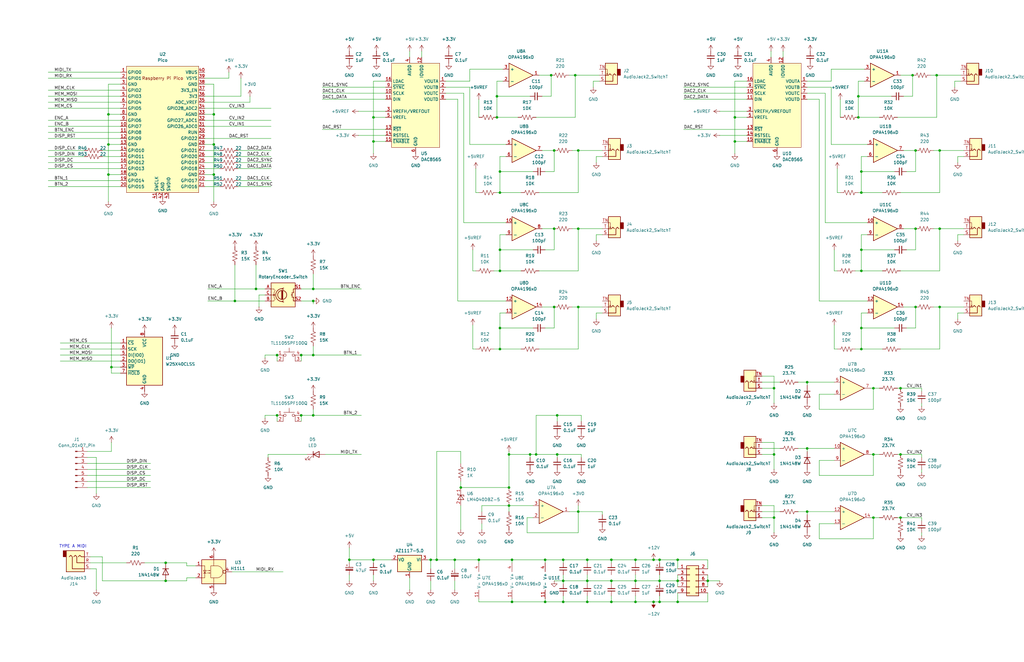
<source format=kicad_sch>
(kicad_sch (version 20231120) (generator "eeschema") (generator_version "8.0")
  (paper "B")
  (junction (at 368.3 163.83))
  (junction (at 379.73 218.44))
  (junction (at 157.48 49.53))
  (junction (at 194.31 205.74))
  (junction (at 257.81 236.22))
  (junction (at 396.24 63.5))
  (junction (at 214.63 213.36))
  (junction (at 69.85 237.49))
  (junction (at 394.97 31.75))
  (junction (at 210.82 105.41))
  (junction (at 363.22 105.41))
  (junction (at 384.81 31.75))
  (junction (at 233.68 96.52))
  (junction (at 214.63 191.77))
  (junction (at 45.72 60.96))
  (junction (at 181.61 236.22))
  (junction (at 242.57 31.75))
  (junction (at 184.15 236.22))
  (junction (at 157.48 59.69))
  (junction (at 69.85 245.11))
  (junction (at 386.08 96.52))
  (junction (at 191.77 236.22))
  (junction (at 210.82 114.3))
  (junction (at 226.06 191.77))
  (junction (at 209.55 40.64))
  (junction (at 45.72 48.26))
  (junction (at 386.08 129.54))
  (junction (at 215.9 254))
  (junction (at 127 149.86))
  (junction (at 147.32 236.22))
  (junction (at 107.95 121.92))
  (junction (at 278.13 254))
  (junction (at 243.84 63.5))
  (junction (at 340.36 189.23))
  (junction (at 278.13 236.22))
  (junction (at 132.08 121.92))
  (junction (at 209.55 49.53))
  (junction (at 285.75 254))
  (junction (at 229.87 236.22))
  (junction (at 247.65 254))
  (junction (at 379.73 191.77))
  (junction (at 233.68 129.54))
  (junction (at 275.59 254))
  (junction (at 361.95 40.64))
  (junction (at 326.39 163.83))
  (junction (at 243.84 215.9))
  (junction (at 210.82 72.39))
  (junction (at 46.99 154.94))
  (junction (at 116.84 149.86))
  (junction (at 247.65 245.11))
  (junction (at 396.24 129.54))
  (junction (at 363.22 138.43))
  (junction (at 368.3 218.44))
  (junction (at 379.73 163.83))
  (junction (at 132.08 149.86))
  (junction (at 210.82 147.32))
  (junction (at 237.49 236.22))
  (junction (at 298.45 245.11))
  (junction (at 267.97 236.22))
  (junction (at 267.97 245.11))
  (junction (at 90.17 73.66))
  (junction (at 309.88 59.69))
  (junction (at 309.88 49.53))
  (junction (at 267.97 254))
  (junction (at 368.3 191.77))
  (junction (at 215.9 236.22))
  (junction (at 257.81 245.11))
  (junction (at 396.24 96.52))
  (junction (at 233.68 63.5))
  (junction (at 132.08 175.26))
  (junction (at 116.84 175.26))
  (junction (at 132.08 127))
  (junction (at 340.36 215.9))
  (junction (at 278.13 245.11))
  (junction (at 257.81 254))
  (junction (at 363.22 147.32))
  (junction (at 361.95 49.53))
  (junction (at 210.82 138.43))
  (junction (at 99.06 127))
  (junction (at 214.63 205.74))
  (junction (at 247.65 236.22))
  (junction (at 363.22 114.3))
  (junction (at 45.72 73.66))
  (junction (at 340.36 161.29))
  (junction (at 386.08 63.5))
  (junction (at 223.52 191.77))
  (junction (at 285.75 245.11))
  (junction (at 363.22 72.39))
  (junction (at 127 175.26))
  (junction (at 237.49 254))
  (junction (at 326.39 191.77))
  (junction (at 243.84 96.52))
  (junction (at 201.93 236.22))
  (junction (at 243.84 129.54))
  (junction (at 285.75 236.22))
  (junction (at 210.82 81.28))
  (junction (at 275.59 236.22))
  (junction (at 90.17 60.96))
  (junction (at 234.95 191.77))
  (junction (at 232.41 31.75))
  (junction (at 229.87 254))
  (junction (at 237.49 245.11))
  (junction (at 157.48 236.22))
  (junction (at 326.39 218.44))
  (junction (at 234.95 175.26))
  (junction (at 363.22 81.28))
  (junction (at 90.17 48.26))
  (wire (pts (xy 298.45 245.11) (xy 303.53 245.11)))
  (wire (pts (xy 177.8 21.59) (xy 177.8 24.13)))
  (wire (pts (xy 184.15 236.22) (xy 191.77 236.22)))
  (wire (pts (xy 379.73 114.3) (xy 396.24 114.3)))
  (wire (pts (xy 99.06 111.76) (xy 99.06 127)))
  (wire (pts (xy 254 66.04) (xy 251.46 66.04)))
  (wire (pts (xy 326.39 213.36) (xy 326.39 218.44)))
  (wire (pts (xy 394.97 31.75) (xy 392.43 31.75)))
  (wire (pts (xy 210.82 66.04) (xy 213.36 66.04)))
  (wire (pts (xy 237.49 236.22) (xy 237.49 237.49)))
  (wire (pts (xy 285.75 250.19) (xy 285.75 254)))
  (wire (pts (xy 379.73 147.32) (xy 396.24 147.32)))
  (wire (pts (xy 111.76 175.26) (xy 111.76 176.53)))
  (wire (pts (xy 86.36 58.42) (xy 114.3 58.42)))
  (wire (pts (xy 187.96 34.29) (xy 198.12 34.29)))
  (wire (pts (xy 210.82 114.3) (xy 219.71 114.3)))
  (wire (pts (xy 267.97 236.22) (xy 275.59 236.22)))
  (wire (pts (xy 345.44 194.31) (xy 345.44 200.66)))
  (wire (pts (xy 251.46 66.04) (xy 251.46 68.58)))
  (wire (pts (xy 247.65 242.57) (xy 247.65 245.11)))
  (wire (pts (xy 226.06 175.26) (xy 226.06 191.77)))
  (wire (pts (xy 20.32 45.72) (xy 50.8 45.72)))
  (wire (pts (xy 326.39 218.44) (xy 321.31 218.44)))
  (wire (pts (xy 288.29 39.37) (xy 314.96 39.37)))
  (wire (pts (xy 406.4 132.08) (xy 403.86 132.08)))
  (wire (pts (xy 347.98 39.37) (xy 347.98 93.98)))
  (wire (pts (xy 86.36 71.12) (xy 92.71 71.12)))
  (wire (pts (xy 69.85 237.49) (xy 78.74 237.49)))
  (wire (pts (xy 43.18 245.11) (xy 69.85 245.11)))
  (wire (pts (xy 361.95 40.64) (xy 375.92 40.64)))
  (wire (pts (xy 86.36 50.8) (xy 114.3 50.8)))
  (wire (pts (xy 132.08 172.72) (xy 132.08 175.26)))
  (wire (pts (xy 132.08 149.86) (xy 152.4 149.86)))
  (wire (pts (xy 147.32 237.49) (xy 147.32 236.22)))
  (wire (pts (xy 234.95 175.26) (xy 234.95 177.8)))
  (wire (pts (xy 350.52 29.21) (xy 350.52 34.29)))
  (wire (pts (xy 309.88 59.69) (xy 314.96 59.69)))
  (wire (pts (xy 267.97 254) (xy 275.59 254)))
  (wire (pts (xy 46.99 186.69) (xy 46.99 190.5)))
  (wire (pts (xy 247.65 236.22) (xy 247.65 237.49)))
  (wire (pts (xy 36.83 200.66) (xy 63.5 200.66)))
  (wire (pts (xy 298.45 236.22) (xy 285.75 236.22)))
  (wire (pts (xy 237.49 242.57) (xy 237.49 245.11)))
  (wire (pts (xy 326.39 163.83) (xy 326.39 170.18)))
  (wire (pts (xy 194.31 195.58) (xy 194.31 190.5)))
  (wire (pts (xy 242.57 31.75) (xy 240.03 31.75)))
  (wire (pts (xy 200.66 81.28) (xy 200.66 71.12)))
  (wire (pts (xy 100.33 76.2) (xy 114.3 76.2)))
  (wire (pts (xy 386.08 105.41) (xy 382.27 105.41)))
  (wire (pts (xy 227.33 81.28) (xy 243.84 81.28)))
  (wire (pts (xy 210.82 72.39) (xy 224.79 72.39)))
  (wire (pts (xy 227.33 147.32) (xy 243.84 147.32)))
  (wire (pts (xy 107.95 121.92) (xy 107.95 111.76)))
  (wire (pts (xy 82.55 243.84) (xy 78.74 243.84)))
  (wire (pts (xy 384.81 31.75) (xy 379.73 31.75)))
  (wire (pts (xy 243.84 213.36) (xy 243.84 215.9)))
  (wire (pts (xy 199.39 147.32) (xy 199.39 137.16)))
  (wire (pts (xy 86.36 76.2) (xy 92.71 76.2)))
  (wire (pts (xy 257.81 254) (xy 267.97 254)))
  (wire (pts (xy 232.41 40.64) (xy 228.6 40.64)))
  (wire (pts (xy 396.24 96.52) (xy 393.7 96.52)))
  (wire (pts (xy 113.03 191.77) (xy 113.03 193.04)))
  (wire (pts (xy 361.95 34.29) (xy 364.49 34.29)))
  (wire (pts (xy 232.41 31.75) (xy 232.41 40.64)))
  (wire (pts (xy 36.83 190.5) (xy 46.99 190.5)))
  (wire (pts (xy 208.28 114.3) (xy 210.82 114.3)))
  (wire (pts (xy 368.3 218.44) (xy 370.84 218.44)))
  (wire (pts (xy 147.32 242.57) (xy 147.32 245.11)))
  (wire (pts (xy 354.33 81.28) (xy 353.06 81.28)))
  (wire (pts (xy 200.66 147.32) (xy 199.39 147.32)))
  (wire (pts (xy 157.48 59.69) (xy 162.56 59.69)))
  (wire (pts (xy 233.68 129.54) (xy 233.68 138.43)))
  (wire (pts (xy 209.55 34.29) (xy 209.55 40.64)))
  (wire (pts (xy 347.98 93.98) (xy 365.76 93.98)))
  (wire (pts (xy 330.2 21.59) (xy 330.2 24.13)))
  (wire (pts (xy 288.29 54.61) (xy 314.96 54.61)))
  (wire (pts (xy 229.87 252.73) (xy 229.87 254)))
  (wire (pts (xy 25.4 144.78) (xy 50.8 144.78)))
  (wire (pts (xy 43.18 63.5) (xy 50.8 63.5)))
  (wire (pts (xy 203.2 220.98) (xy 203.2 223.52)))
  (wire (pts (xy 193.04 127) (xy 213.36 127)))
  (wire (pts (xy 363.22 105.41) (xy 377.19 105.41)))
  (wire (pts (xy 157.48 236.22) (xy 157.48 237.49)))
  (wire (pts (xy 340.36 161.29) (xy 340.36 162.56)))
  (wire (pts (xy 350.52 36.83) (xy 350.52 60.96)))
  (wire (pts (xy 345.44 41.91) (xy 345.44 127)))
  (wire (pts (xy 82.55 238.76) (xy 78.74 238.76)))
  (wire (pts (xy 50.8 60.96) (xy 45.72 60.96)))
  (wire (pts (xy 321.31 186.69) (xy 326.39 186.69)))
  (wire (pts (xy 210.82 99.06) (xy 210.82 105.41)))
  (wire (pts (xy 243.84 96.52) (xy 254 96.52)))
  (wire (pts (xy 157.48 49.53) (xy 157.48 59.69)))
  (wire (pts (xy 165.1 236.22) (xy 157.48 236.22)))
  (wire (pts (xy 180.34 236.22) (xy 181.61 236.22)))
  (wire (pts (xy 101.6 40.64) (xy 101.6 33.02)))
  (wire (pts (xy 251.46 99.06) (xy 251.46 101.6)))
  (wire (pts (xy 368.3 191.77) (xy 370.84 191.77)))
  (wire (pts (xy 86.36 66.04) (xy 92.71 66.04)))
  (wire (pts (xy 90.17 35.56) (xy 90.17 48.26)))
  (wire (pts (xy 214.63 213.36) (xy 224.79 213.36)))
  (wire (pts (xy 403.86 66.04) (xy 403.86 68.58)))
  (wire (pts (xy 288.29 41.91) (xy 314.96 41.91)))
  (wire (pts (xy 368.3 163.83) (xy 370.84 163.83)))
  (wire (pts (xy 257.81 245.11) (xy 257.81 246.38)))
  (wire (pts (xy 20.32 38.1) (xy 50.8 38.1)))
  (wire (pts (xy 378.46 163.83) (xy 379.73 163.83)))
  (wire (pts (xy 208.28 147.32) (xy 210.82 147.32)))
  (wire (pts (xy 403.86 132.08) (xy 403.86 134.62)))
  (wire (pts (xy 191.77 236.22) (xy 201.93 236.22)))
  (wire (pts (xy 181.61 236.22) (xy 184.15 236.22)))
  (wire (pts (xy 384.81 31.75) (xy 384.81 40.64)))
  (wire (pts (xy 20.32 40.64) (xy 50.8 40.64)))
  (wire (pts (xy 96.52 33.02) (xy 96.52 30.48)))
  (wire (pts (xy 267.97 245.11) (xy 278.13 245.11)))
  (wire (pts (xy 127 149.86) (xy 127 152.4)))
  (wire (pts (xy 69.85 245.11) (xy 78.74 245.11)))
  (wire (pts (xy 350.52 60.96) (xy 365.76 60.96)))
  (wire (pts (xy 201.93 252.73) (xy 201.93 254)))
  (wire (pts (xy 367.03 191.77) (xy 368.3 191.77)))
  (wire (pts (xy 363.22 66.04) (xy 365.76 66.04)))
  (wire (pts (xy 363.22 105.41) (xy 363.22 114.3)))
  (wire (pts (xy 20.32 53.34) (xy 50.8 53.34)))
  (wire (pts (xy 129.54 191.77) (xy 113.03 191.77)))
  (wire (pts (xy 198.12 60.96) (xy 213.36 60.96)))
  (wire (pts (xy 43.18 234.95) (xy 43.18 245.11)))
  (wire (pts (xy 87.63 127) (xy 99.06 127)))
  (wire (pts (xy 201.93 41.91) (xy 201.93 49.53)))
  (wire (pts (xy 187.96 39.37) (xy 195.58 39.37)))
  (wire (pts (xy 116.84 149.86) (xy 116.84 152.4)))
  (wire (pts (xy 90.17 48.26) (xy 90.17 60.96)))
  (wire (pts (xy 127 175.26) (xy 132.08 175.26)))
  (wire (pts (xy 363.22 99.06) (xy 365.76 99.06)))
  (wire (pts (xy 396.24 114.3) (xy 396.24 96.52)))
  (wire (pts (xy 86.36 43.18) (xy 105.41 43.18)))
  (wire (pts (xy 132.08 127) (xy 132.08 128.27)))
  (wire (pts (xy 198.12 29.21) (xy 198.12 34.29)))
  (wire (pts (xy 243.84 147.32) (xy 243.84 129.54)))
  (wire (pts (xy 285.75 242.57) (xy 285.75 245.11)))
  (wire (pts (xy 326.39 158.75) (xy 326.39 163.83)))
  (wire (pts (xy 20.32 63.5) (xy 35.56 63.5)))
  (wire (pts (xy 147.32 236.22) (xy 157.48 236.22)))
  (wire (pts (xy 243.84 224.79) (xy 243.84 215.9)))
  (wire (pts (xy 245.11 175.26) (xy 234.95 175.26)))
  (wire (pts (xy 210.82 132.08) (xy 210.82 138.43)))
  (wire (pts (xy 243.84 81.28) (xy 243.84 63.5)))
  (wire (pts (xy 227.33 114.3) (xy 243.84 114.3)))
  (wire (pts (xy 336.55 215.9) (xy 340.36 215.9)))
  (wire (pts (xy 360.68 147.32) (xy 363.22 147.32)))
  (wire (pts (xy 210.82 81.28) (xy 219.71 81.28)))
  (wire (pts (xy 86.36 73.66) (xy 90.17 73.66)))
  (wire (pts (xy 368.3 172.72) (xy 368.3 163.83)))
  (wire (pts (xy 321.31 161.29) (xy 328.93 161.29)))
  (wire (pts (xy 162.56 34.29) (xy 157.48 34.29)))
  (wire (pts (xy 396.24 129.54) (xy 406.4 129.54)))
  (wire (pts (xy 157.48 34.29) (xy 157.48 49.53)))
  (wire (pts (xy 340.36 189.23) (xy 351.79 189.23)))
  (wire (pts (xy 90.17 73.66) (xy 90.17 85.09)))
  (wire (pts (xy 97.79 241.3) (xy 119.38 241.3)))
  (wire (pts (xy 309.88 34.29) (xy 309.88 49.53)))
  (wire (pts (xy 368.3 227.33) (xy 368.3 218.44)))
  (wire (pts (xy 363.22 99.06) (xy 363.22 105.41)))
  (wire (pts (xy 234.95 193.04) (xy 234.95 191.77)))
  (wire (pts (xy 100.33 63.5) (xy 114.3 63.5)))
  (wire (pts (xy 105.41 43.18) (xy 105.41 40.64)))
  (wire (pts (xy 86.36 40.64) (xy 101.6 40.64)))
  (wire (pts (xy 243.84 129.54) (xy 241.3 129.54)))
  (wire (pts (xy 243.84 63.5) (xy 241.3 63.5)))
  (wire (pts (xy 340.36 215.9) (xy 340.36 217.17)))
  (wire (pts (xy 132.08 115.57) (xy 132.08 121.92)))
  (wire (pts (xy 243.84 63.5) (xy 254 63.5)))
  (wire (pts (xy 234.95 191.77) (xy 226.06 191.77)))
  (wire (pts (xy 86.36 53.34) (xy 114.3 53.34)))
  (wire (pts (xy 99.06 127) (xy 111.76 127)))
  (wire (pts (xy 267.97 245.11) (xy 267.97 246.38)))
  (wire (pts (xy 340.36 36.83) (xy 350.52 36.83)))
  (wire (pts (xy 242.57 31.75) (xy 252.73 31.75)))
  (wire (pts (xy 396.24 147.32) (xy 396.24 129.54)))
  (wire (pts (xy 245.11 177.8) (xy 245.11 175.26)))
  (wire (pts (xy 267.97 242.57) (xy 267.97 245.11)))
  (wire (pts (xy 378.46 191.77) (xy 379.73 191.77)))
  (wire (pts (xy 237.49 245.11) (xy 237.49 246.38)))
  (wire (pts (xy 209.55 34.29) (xy 212.09 34.29)))
  (wire (pts (xy 157.48 242.57) (xy 157.48 245.11)))
  (wire (pts (xy 345.44 227.33) (xy 368.3 227.33)))
  (wire (pts (xy 86.36 35.56) (xy 90.17 35.56)))
  (wire (pts (xy 386.08 63.5) (xy 386.08 72.39)))
  (wire (pts (xy 326.39 186.69) (xy 326.39 191.77)))
  (wire (pts (xy 210.82 132.08) (xy 213.36 132.08)))
  (wire (pts (xy 233.68 129.54) (xy 228.6 129.54)))
  (wire (pts (xy 363.22 138.43) (xy 363.22 147.32)))
  (wire (pts (xy 229.87 254) (xy 237.49 254)))
  (wire (pts (xy 314.96 34.29) (xy 309.88 34.29)))
  (wire (pts (xy 210.82 105.41) (xy 224.79 105.41)))
  (wire (pts (xy 353.06 147.32) (xy 351.79 147.32)))
  (wire (pts (xy 275.59 254) (xy 278.13 254)))
  (wire (pts (xy 86.36 48.26) (xy 90.17 48.26)))
  (wire (pts (xy 361.95 81.28) (xy 363.22 81.28)))
  (wire (pts (xy 172.72 21.59) (xy 172.72 24.13)))
  (wire (pts (xy 363.22 114.3) (xy 372.11 114.3)))
  (wire (pts (xy 368.3 200.66) (xy 368.3 191.77)))
  (wire (pts (xy 396.24 81.28) (xy 396.24 63.5)))
  (wire (pts (xy 215.9 237.49) (xy 215.9 236.22)))
  (wire (pts (xy 237.49 245.11) (xy 247.65 245.11)))
  (wire (pts (xy 386.08 138.43) (xy 382.27 138.43)))
  (wire (pts (xy 20.32 50.8) (xy 50.8 50.8)))
  (wire (pts (xy 278.13 245.11) (xy 278.13 246.38)))
  (wire (pts (xy 298.45 240.03) (xy 298.45 236.22)))
  (wire (pts (xy 361.95 49.53) (xy 370.84 49.53)))
  (wire (pts (xy 314.96 49.53) (xy 309.88 49.53)))
  (wire (pts (xy 251.46 132.08) (xy 251.46 134.62)))
  (wire (pts (xy 209.55 81.28) (xy 210.82 81.28)))
  (wire (pts (xy 351.79 147.32) (xy 351.79 137.16)))
  (wire (pts (xy 187.96 36.83) (xy 198.12 36.83)))
  (wire (pts (xy 403.86 99.06) (xy 403.86 101.6)))
  (wire (pts (xy 257.81 245.11) (xy 267.97 245.11)))
  (wire (pts (xy 116.84 175.26) (xy 116.84 177.8)))
  (wire (pts (xy 198.12 36.83) (xy 198.12 60.96)))
  (wire (pts (xy 25.4 149.86) (xy 50.8 149.86)))
  (wire (pts (xy 45.72 73.66) (xy 45.72 85.09)))
  (wire (pts (xy 351.79 166.37) (xy 345.44 166.37)))
  (wire (pts (xy 50.8 157.48) (xy 46.99 157.48)))
  (wire (pts (xy 267.97 236.22) (xy 267.97 237.49)))
  (wire (pts (xy 386.08 72.39) (xy 382.27 72.39)))
  (wire (pts (xy 214.63 191.77) (xy 214.63 205.74)))
  (wire (pts (xy 198.12 29.21) (xy 212.09 29.21)))
  (wire (pts (xy 151.13 57.15) (xy 162.56 57.15)))
  (wire (pts (xy 345.44 166.37) (xy 345.44 172.72)))
  (wire (pts (xy 127 149.86) (xy 132.08 149.86)))
  (wire (pts (xy 388.62 191.77) (xy 379.73 191.77)))
  (wire (pts (xy 215.9 252.73) (xy 215.9 254)))
  (wire (pts (xy 363.22 81.28) (xy 372.11 81.28)))
  (wire (pts (xy 278.13 236.22) (xy 278.13 237.49)))
  (wire (pts (xy 386.08 129.54) (xy 381 129.54)))
  (wire (pts (xy 345.44 127) (xy 365.76 127)))
  (wire (pts (xy 388.62 193.04) (xy 388.62 191.77)))
  (wire (pts (xy 378.46 218.44) (xy 379.73 218.44)))
  (wire (pts (xy 20.32 55.88) (xy 50.8 55.88)))
  (wire (pts (xy 109.22 124.46) (xy 109.22 129.54)))
  (wire (pts (xy 210.82 105.41) (xy 210.82 114.3)))
  (wire (pts (xy 215.9 236.22) (xy 229.87 236.22)))
  (wire (pts (xy 351.79 194.31) (xy 345.44 194.31)))
  (wire (pts (xy 351.79 220.98) (xy 345.44 220.98)))
  (wire (pts (xy 340.36 189.23) (xy 340.36 190.5)))
  (wire (pts (xy 132.08 121.92) (xy 152.4 121.92)))
  (wire (pts (xy 233.68 138.43) (xy 229.87 138.43)))
  (wire (pts (xy 309.88 49.53) (xy 309.88 59.69)))
  (wire (pts (xy 285.75 236.22) (xy 285.75 240.03)))
  (wire (pts (xy 214.63 191.77) (xy 223.52 191.77)))
  (wire (pts (xy 361.95 40.64) (xy 361.95 49.53)))
  (wire (pts (xy 20.32 68.58) (xy 50.8 68.58)))
  (wire (pts (xy 200.66 114.3) (xy 199.39 114.3)))
  (wire (pts (xy 222.25 218.44) (xy 222.25 224.79)))
  (wire (pts (xy 223.52 193.04) (xy 223.52 191.77)))
  (wire (pts (xy 210.82 138.43) (xy 210.82 147.32)))
  (wire (pts (xy 247.65 254) (xy 257.81 254)))
  (wire (pts (xy 20.32 33.02) (xy 50.8 33.02)))
  (wire (pts (xy 303.53 57.15) (xy 314.96 57.15)))
  (wire (pts (xy 87.63 121.92) (xy 107.95 121.92)))
  (wire (pts (xy 237.49 254) (xy 247.65 254)))
  (wire (pts (xy 406.4 66.04) (xy 403.86 66.04)))
  (wire (pts (xy 234.95 175.26) (xy 226.06 175.26)))
  (wire (pts (xy 135.89 54.61) (xy 162.56 54.61)))
  (wire (pts (xy 78.74 243.84) (xy 78.74 245.11)))
  (wire (pts (xy 367.03 163.83) (xy 368.3 163.83)))
  (wire (pts (xy 201.93 237.49) (xy 201.93 236.22)))
  (wire (pts (xy 336.55 189.23) (xy 340.36 189.23)))
  (wire (pts (xy 210.82 138.43) (xy 224.79 138.43)))
  (wire (pts (xy 20.32 71.12) (xy 50.8 71.12)))
  (wire (pts (xy 247.65 245.11) (xy 257.81 245.11)))
  (wire (pts (xy 222.25 224.79) (xy 243.84 224.79)))
  (wire (pts (xy 127 175.26) (xy 127 177.8)))
  (wire (pts (xy 242.57 49.53) (xy 242.57 31.75)))
  (wire (pts (xy 360.68 114.3) (xy 363.22 114.3)))
  (wire (pts (xy 233.68 63.5) (xy 233.68 72.39)))
  (wire (pts (xy 36.83 198.12) (xy 63.5 198.12)))
  (wire (pts (xy 298.45 254) (xy 285.75 254)))
  (wire (pts (xy 209.55 40.64) (xy 223.52 40.64)))
  (wire (pts (xy 132.08 175.26) (xy 152.4 175.26)))
  (wire (pts (xy 210.82 66.04) (xy 210.82 72.39)))
  (wire (pts (xy 147.32 231.14) (xy 147.32 236.22)))
  (wire (pts (xy 254 99.06) (xy 251.46 99.06)))
  (wire (pts (xy 285.75 245.11) (xy 285.75 247.65)))
  (wire (pts (xy 278.13 251.46) (xy 278.13 254)))
  (wire (pts (xy 245.11 191.77) (xy 234.95 191.77)))
  (wire (pts (xy 100.33 78.74) (xy 114.3 78.74)))
  (wire (pts (xy 406.4 99.06) (xy 403.86 99.06)))
  (wire (pts (xy 116.84 175.26) (xy 111.76 175.26)))
  (wire (pts (xy 86.36 78.74) (xy 92.71 78.74)))
  (wire (pts (xy 345.44 220.98) (xy 345.44 227.33)))
  (wire (pts (xy 363.22 66.04) (xy 363.22 72.39)))
  (wire (pts (xy 326.39 191.77) (xy 326.39 198.12)))
  (wire (pts (xy 191.77 240.03) (xy 191.77 236.22)))
  (wire (pts (xy 201.93 254) (xy 215.9 254)))
  (wire (pts (xy 303.53 46.99) (xy 314.96 46.99)))
  (wire (pts (xy 350.52 29.21) (xy 364.49 29.21)))
  (wire (pts (xy 226.06 191.77) (xy 223.52 191.77)))
  (wire (pts (xy 325.12 21.59) (xy 325.12 24.13)))
  (wire (pts (xy 378.46 49.53) (xy 394.97 49.53)))
  (wire (pts (xy 224.79 218.44) (xy 222.25 218.44)))
  (wire (pts (xy 229.87 237.49) (xy 229.87 236.22)))
  (wire (pts (xy 40.64 240.03) (xy 40.64 248.92)))
  (wire (pts (xy 402.59 34.29) (xy 402.59 36.83)))
  (wire (pts (xy 201.93 81.28) (xy 200.66 81.28)))
  (wire (pts (xy 50.8 35.56) (xy 45.72 35.56)))
  (wire (pts (xy 46.99 157.48) (xy 46.99 154.94)))
  (wire (pts (xy 194.31 190.5) (xy 184.15 190.5)))
  (wire (pts (xy 38.1 234.95) (xy 43.18 234.95)))
  (wire (pts (xy 321.31 215.9) (xy 328.93 215.9)))
  (wire (pts (xy 379.73 81.28) (xy 396.24 81.28)))
  (wire (pts (xy 247.65 236.22) (xy 257.81 236.22)))
  (wire (pts (xy 25.4 147.32) (xy 50.8 147.32)))
  (wire (pts (xy 386.08 129.54) (xy 386.08 138.43)))
  (wire (pts (xy 50.8 48.26) (xy 45.72 48.26)))
  (wire (pts (xy 298.45 245.11) (xy 298.45 247.65)))
  (wire (pts (xy 226.06 49.53) (xy 242.57 49.53)))
  (wire (pts (xy 137.16 191.77) (xy 152.4 191.77)))
  (wire (pts (xy 336.55 161.29) (xy 340.36 161.29)))
  (wire (pts (xy 245.11 193.04) (xy 245.11 191.77)))
  (wire (pts (xy 363.22 72.39) (xy 377.19 72.39)))
  (wire (pts (xy 90.17 60.96) (xy 90.17 73.66)))
  (wire (pts (xy 78.74 238.76) (xy 78.74 237.49)))
  (wire (pts (xy 326.39 191.77) (xy 321.31 191.77)))
  (wire (pts (xy 194.31 205.74) (xy 214.63 205.74)))
  (wire (pts (xy 191.77 245.11) (xy 191.77 248.92)))
  (wire (pts (xy 86.36 33.02) (xy 96.52 33.02)))
  (wire (pts (xy 247.65 245.11) (xy 247.65 246.38)))
  (wire (pts (xy 20.32 30.48) (xy 50.8 30.48)))
  (wire (pts (xy 233.68 245.11) (xy 237.49 245.11)))
  (wire (pts (xy 233.68 72.39) (xy 229.87 72.39)))
  (wire (pts (xy 237.49 236.22) (xy 247.65 236.22)))
  (wire (pts (xy 254 132.08) (xy 251.46 132.08)))
  (wire (pts (xy 275.59 236.22) (xy 278.13 236.22)))
  (wire (pts (xy 25.4 152.4) (xy 50.8 152.4)))
  (wire (pts (xy 135.89 36.83) (xy 162.56 36.83)))
  (wire (pts (xy 353.06 114.3) (xy 351.79 114.3)))
  (wire (pts (xy 254 215.9) (xy 243.84 215.9)))
  (wire (pts (xy 388.62 165.1) (xy 388.62 163.83)))
  (wire (pts (xy 214.63 190.5) (xy 214.63 191.77)))
  (wire (pts (xy 388.62 224.79) (xy 388.62 226.06)))
  (wire (pts (xy 195.58 93.98) (xy 213.36 93.98)))
  (wire (pts (xy 363.22 147.32) (xy 372.11 147.32)))
  (wire (pts (xy 394.97 49.53) (xy 394.97 31.75)))
  (wire (pts (xy 326.39 163.83) (xy 321.31 163.83)))
  (wire (pts (xy 396.24 63.5) (xy 406.4 63.5)))
  (wire (pts (xy 195.58 39.37) (xy 195.58 93.98)))
  (wire (pts (xy 86.36 68.58) (xy 92.71 68.58)))
  (wire (pts (xy 38.1 240.03) (xy 40.64 240.03)))
  (wire (pts (xy 394.97 31.75) (xy 405.13 31.75)))
  (wire (pts (xy 388.62 170.18) (xy 388.62 171.45)))
  (wire (pts (xy 43.18 66.04) (xy 50.8 66.04)))
  (wire (pts (xy 116.84 149.86) (xy 111.76 149.86)))
  (wire (pts (xy 20.32 66.04) (xy 35.56 66.04)))
  (wire (pts (xy 351.79 114.3) (xy 351.79 105.41)))
  (wire (pts (xy 172.72 243.84) (xy 172.72 248.92)))
  (wire (pts (xy 288.29 36.83) (xy 314.96 36.83)))
  (wire (pts (xy 210.82 147.32) (xy 219.71 147.32)))
  (wire (pts (xy 151.13 46.99) (xy 162.56 46.99)))
  (wire (pts (xy 278.13 254) (xy 285.75 254)))
  (wire (pts (xy 135.89 41.91) (xy 162.56 41.91)))
  (wire (pts (xy 243.84 129.54) (xy 254 129.54)))
  (wire (pts (xy 386.08 96.52) (xy 381 96.52)))
  (wire (pts (xy 132.08 146.05) (xy 132.08 149.86)))
  (wire (pts (xy 363.22 138.43) (xy 377.19 138.43)))
  (wire (pts (xy 243.84 114.3) (xy 243.84 96.52)))
  (wire (pts (xy 50.8 73.66) (xy 45.72 73.66)))
  (wire (pts (xy 184.15 190.5) (xy 184.15 236.22)))
  (wire (pts (xy 340.36 34.29) (xy 350.52 34.29)))
  (wire (pts (xy 257.81 251.46) (xy 257.81 254)))
  (wire (pts (xy 45.72 48.26) (xy 45.72 60.96)))
  (wire (pts (xy 36.83 193.04) (xy 40.64 193.04)))
  (wire (pts (xy 384.81 40.64) (xy 381 40.64)))
  (wire (pts (xy 199.39 114.3) (xy 199.39 105.41)))
  (wire (pts (xy 388.62 198.12) (xy 388.62 199.39)))
  (wire (pts (xy 340.36 215.9) (xy 351.79 215.9)))
  (wire (pts (xy 309.88 59.69) (xy 309.88 64.77)))
  (wire (pts (xy 386.08 96.52) (xy 386.08 105.41)))
  (wire (pts (xy 326.39 218.44) (xy 326.39 224.79)))
  (wire (pts (xy 38.1 237.49) (xy 53.34 237.49)))
  (wire (pts (xy 363.22 72.39) (xy 363.22 81.28)))
  (wire (pts (xy 209.55 49.53) (xy 218.44 49.53)))
  (wire (pts (xy 278.13 245.11) (xy 285.75 245.11)))
  (wire (pts (xy 345.44 200.66) (xy 368.3 200.66)))
  (wire (pts (xy 388.62 218.44) (xy 379.73 218.44)))
  (wire (pts (xy 267.97 251.46) (xy 267.97 254)))
  (wire (pts (xy 361.95 34.29) (xy 361.95 40.64)))
  (wire (pts (xy 210.82 72.39) (xy 210.82 81.28)))
  (wire (pts (xy 203.2 215.9) (xy 203.2 213.36)))
  (wire (pts (xy 233.68 105.41) (xy 229.87 105.41)))
  (wire (pts (xy 388.62 163.83) (xy 379.73 163.83)))
  (wire (pts (xy 36.83 205.74) (xy 63.5 205.74)))
  (wire (pts (xy 321.31 189.23) (xy 328.93 189.23)))
  (wire (pts (xy 215.9 254) (xy 229.87 254)))
  (wire (pts (xy 340.36 39.37) (xy 347.98 39.37)))
  (wire (pts (xy 157.48 59.69) (xy 157.48 64.77)))
  (wire (pts (xy 232.41 31.75) (xy 227.33 31.75)))
  (wire (pts (xy 233.68 96.52) (xy 228.6 96.52)))
  (wire (pts (xy 396.24 63.5) (xy 393.7 63.5)))
  (wire (pts (xy 396.24 129.54) (xy 393.7 129.54)))
  (wire (pts (xy 20.32 78.74) (xy 50.8 78.74)))
  (wire (pts (xy 396.24 96.52) (xy 406.4 96.52)))
  (wire (pts (xy 321.31 158.75) (xy 326.39 158.75)))
  (wire (pts (xy 243.84 215.9) (xy 240.03 215.9)))
  (wire (pts (xy 363.22 132.08) (xy 365.76 132.08)))
  (wire (pts (xy 45.72 60.96) (xy 45.72 73.66)))
  (wire (pts (xy 46.99 154.94) (xy 46.99 138.43)))
  (wire (pts (xy 257.81 236.22) (xy 267.97 236.22)))
  (wire (pts (xy 193.04 41.91) (xy 193.04 127)))
  (wire (pts (xy 181.61 245.11) (xy 181.61 248.92)))
  (wire (pts (xy 321.31 213.36) (xy 326.39 213.36)))
  (wire (pts (xy 20.32 58.42) (xy 50.8 58.42)))
  (wire (pts (xy 20.32 43.18) (xy 50.8 43.18)))
  (wire (pts (xy 40.64 193.04) (xy 40.64 208.28)))
  (wire (pts (xy 203.2 213.36) (xy 214.63 213.36)))
  (wire (pts (xy 233.68 63.5) (xy 228.6 63.5)))
  (wire (pts (xy 20.32 76.2) (xy 50.8 76.2)))
  (wire (pts (xy 386.08 63.5) (xy 381 63.5)))
  (wire (pts (xy 388.62 219.71) (xy 388.62 218.44)))
  (wire (pts (xy 111.76 149.86) (xy 111.76 151.13)))
  (wire (pts (xy 86.36 60.96) (xy 90.17 60.96)))
  (wire (pts (xy 181.61 240.03) (xy 181.61 236.22)))
  (wire (pts (xy 254 217.17) (xy 254 215.9)))
  (wire (pts (xy 354.33 41.91) (xy 354.33 49.53)))
  (wire (pts (xy 237.49 251.46) (xy 237.49 254)))
  (wire (pts (xy 194.31 213.36) (xy 194.31 223.52)))
  (wire (pts (xy 340.36 41.91) (xy 345.44 41.91)))
  (wire (pts (xy 233.68 96.52) (xy 233.68 105.41)))
  (wire (pts (xy 298.45 242.57) (xy 298.45 245.11)))
  (wire (pts (xy 229.87 236.22) (xy 237.49 236.22)))
  (wire (pts (xy 367.03 218.44) (xy 368.3 218.44)))
  (wire (pts (xy 36.83 203.2) (xy 63.5 203.2)))
  (wire (pts (xy 252.73 34.29) (xy 250.19 34.29)))
  (wire (pts (xy 278.13 236.22) (xy 285.75 236.22)))
  (wire (pts (xy 210.82 99.06) (xy 213.36 99.06)))
  (wire (pts (xy 86.36 63.5) (xy 92.71 63.5)))
  (wire (pts (xy 100.33 71.12) (xy 114.3 71.12)))
  (wire (pts (xy 363.22 132.08) (xy 363.22 138.43)))
  (wire (pts (xy 36.83 195.58) (xy 63.5 195.58)))
  (wire (pts (xy 214.63 213.36) (xy 214.63 215.9)))
  (wire (pts (xy 111.76 121.92) (xy 107.95 121.92)))
  (wire (pts (xy 278.13 242.57) (xy 278.13 245.11)))
  (wire (pts (xy 135.89 39.37) (xy 162.56 39.37)))
  (wire (pts (xy 187.96 41.91) (xy 193.04 41.91)))
  (wire (pts (xy 127 127) (xy 132.08 127)))
  (wire (pts (xy 50.8 154.94) (xy 46.99 154.94)))
  (wire (pts (xy 111.76 124.46) (xy 109.22 124.46)))
  (wire (pts (xy 298.45 250.19) (xy 298.45 254)))
  (wire (pts (xy 257.81 236.22) (xy 257.81 237.49)))
  (wire (pts (xy 405.13 34.29) (xy 402.59 34.29)))
  (wire (pts (xy 194.31 203.2) (xy 194.31 205.74)))
  (wire (pts (xy 132.08 121.92) (xy 127 121.92)))
  (wire (pts (xy 247.65 251.46) (xy 247.65 254)))
  (wire (pts (xy 201.93 236.22) (xy 215.9 236.22)))
  (wire (pts (xy 45.72 35.56) (xy 45.72 48.26)))
  (wire (pts (xy 86.36 45.72) (xy 114.3 45.72)))
  (wire (pts (xy 100.33 68.58) (xy 114.3 68.58)))
  (wire (pts (xy 162.56 49.53) (xy 157.48 49.53)))
  (wire (pts (xy 345.44 172.72) (xy 368.3 172.72)))
  (wire (pts (xy 100.33 66.04) (xy 114.3 66.04)))
  (wire (pts (xy 353.06 81.28) (xy 353.06 71.12)))
  (wire (pts (xy 243.84 96.52) (xy 241.3 96.52)))
  (wire (pts (xy 60.96 237.49) (xy 69.85 237.49)))
  (wire (pts (xy 340.36 161.29) (xy 351.79 161.29)))
  (wire (pts (xy 209.55 40.64) (xy 209.55 49.53)))
  (wire (pts (xy 250.19 34.29) (xy 250.19 36.83)))
  (text "TYPE A MIDI" (at 30.734 230.632 0) (effects (font (size 1.27 1.27))))
  (label "DISP_DIN" (at 22.86 66.04 0))
  (label "MEM_MISO" (at 29.21 152.4 0))
  (label "MEM_CS" (at 22.86 45.72 0))
  (label "MIDI_TX" (at 143.51 191.77 0))
  (label "DAC1_CLK" (at 135.89 39.37 0))
  (label "DAC2_CLK" (at 104.14 66.04 0))
  (label "DAC2_DATA" (at 104.14 63.5 0))
  (label "BTN_ENC" (at 22.86 55.88 0))
  (label "ENC_A" (at 22.86 50.8 0))
  (label "DAC2_SYNC" (at 104.14 68.58 0))
  (label "CV_IN1" (at 382.27 163.83 0))
  (label "MEM_MOSI" (at 22.86 40.64 0))
  (label "BTN_ENC" (at 143.51 121.92 0))
  (label "MIDI_RX" (at 107.95 241.3 0))
  (label "DAC2_SYNC" (at 288.29 36.83 0))
  (label "CV_IN1" (at 96.52 53.34 0))
  (label "MIDI_RX" (at 22.86 33.02 0))
  (label "DAC1_SYNC" (at 135.89 36.83 0))
  (label "CV_IN2" (at 96.52 50.8 0))
  (label "ENC_A" (at 87.63 121.92 0))
  (label "BTN_2" (at 144.78 175.26 0))
  (label "CV_IN3" (at 96.52 45.72 0))
  (label "DISP_RST" (at 22.86 58.42 0))
  (label "MEM_MISO" (at 22.86 43.18 0))
  (label "DAC2_DATA" (at 288.29 41.91 0))
  (label "MEM_CLK" (at 22.86 38.1 0))
  (label "DAC_RST" (at 135.89 54.61 0))
  (label "BTN_1" (at 22.86 76.2 0))
  (label "ENC_B" (at 22.86 53.34 0))
  (label "ENC_B" (at 87.63 127 0))
  (label "BTN_2" (at 22.86 78.74 0))
  (label "DAC2_CLK" (at 288.29 39.37 0))
  (label "MIDI_TX" (at 22.86 30.48 0))
  (label "MEM_MOSI" (at 29.21 149.86 0))
  (label "DISP_DC" (at 22.86 68.58 0))
  (label "CV_IN2" (at 382.27 191.77 0))
  (label "MEM_CLK" (at 29.21 147.32 0))
  (label "DAC_RST" (at 96.52 58.42 0))
  (label "DISP_CS" (at 22.86 71.12 0))
  (label "DISP_RST" (at 53.34 205.74 0))
  (label "DAC1_DATA" (at 135.89 41.91 0))
  (label "BTN_1" (at 144.78 149.86 0))
  (label "DISP_CLK" (at 53.34 198.12 0))
  (label "DISP_CS" (at 53.34 200.66 0))
  (label "CV_IN3" (at 382.27 218.44 0))
  (label "DAC1_CLK" (at 104.14 76.2 0))
  (label "DISP_DIN" (at 53.34 195.58 0))
  (label "DISP_CLK" (at 22.86 63.5 0))
  (label "MEM_CS" (at 29.21 144.78 0))
  (label "DAC1_SYNC" (at 104.14 78.74 0))
  (label "DISP_DC" (at 53.34 203.2 0))
  (label "DAC1_DATA" (at 104.14 71.12 0))
  (label "DAC_RST" (at 288.29 54.61 0))
  (symbol (lib_id "Connector_Audio:AudioJack2_SwitchT") (at 410.21 31.75 180) (unit 1)
    (property "Reference" "J10" (at 415.29 29.8449 0) (effects (justify right)))
    (property "Value" "AudioJack2_SwitchT" (at 415.29 32.3849 0) (effects (justify right)))
    (property "Footprint" "Connector_Audio:Jack_3.5mm_QingPu_WQP-PJ398SM_Vertical_CircularHoles" (effects (hide yes)))
    (property "Description" "Audio Jack, 2 Poles (Mono / TS), Switched T Pole (Normalling)" (effects (hide yes)))
  )
  (symbol (lib_id "Switch:SW_MEC_5E") (at 121.92 152.4 0) (unit 1)
    (property "Reference" "SW2" (at 121.92 142.24 0))
    (property "Value" "TL1105SPF100Q" (at 121.92 144.78 0))
    (property "Footprint" "Button_Switch_THT:SW_PUSH_6mm_H7.3mm" (effects (hide yes)))
    (property "Datasheet" "http://www.apem.com/int/index.php?controller=attachment&id_attachment=1371" (effects (hide yes)))
    (property "Description" "MEC 5E single pole normally-open tactile switch" (effects (hide yes)))
  )
  (symbol (lib_id "Diode:1N4148W") (at 340.36 220.98 90) (mirror x) (unit 1)
    (property "Reference" "D4" (at 337.82 219.7099 90) (effects (justify left)))
    (property "Value" "1N4148W" (at 337.82 222.2499 90) (effects (justify left)))
    (property "Footprint" "Diode_SMD:D_SOD-123" (effects (hide yes)))
    (property "Datasheet" "https://www.vishay.com/docs/85748/1n4148w.pdf" (effects (hide yes)))
    (property "Description" "75V 0.15A Fast Switching Diode, SOD-123" (effects (hide yes)))
    (property "Sim.Device" "D" (effects (hide yes)))
    (property "Sim.Pins" "1=K 2=A" (effects (hide yes)))
  )
  (symbol (lib_id "power:+5V") (at 147.32 21.59 0) (unit 1)
    (property "Reference" "#PWR028" (effects (hide yes)))
    (property "Value" "+5V" (at 147.32 16.51 0))
    (property "Description" "Power symbol creates a global label with name \"+5V\"" (effects (hide yes)))
  )
  (symbol (lib_id "power:GND") (at 388.62 226.06 0) (unit 1)
    (property "Reference" "#PWR096" (effects (hide yes)))
    (property "Value" "GND" (at 388.62 231.14 0))
    (property "Description" "Power symbol creates a global label with name \"GND\" , ground" (effects (hide yes)))
  )
  (symbol (lib_id "power:GND") (at 340.36 170.18 0) (unit 1)
    (property "Reference" "#PWR082" (effects (hide yes)))
    (property "Value" "GND" (at 340.36 175.26 0))
    (property "Description" "Power symbol creates a global label with name \"GND\" , ground" (effects (hide yes)))
  )
  (symbol (lib_id "Amplifier_Operational:OPA4196xD") (at 220.98 129.54 0) (unit 4)
    (property "Reference" "U8" (at 220.98 119.38 0))
    (property "Value" "OPA4196xD" (at 220.98 121.92 0))
    (property "Footprint" "Package_SO:SOIC-14_3.9x8.7mm_P1.27mm" (effects (hide yes)))
    (property "Datasheet" "http://www.ti.com/lit/ds/symlink/opa4196.pdf" (effects (hide yes)))
    (property "Description" "Quad, Low-Power, Low Offset Voltage, Rail-to-Rail Operational Amplifier, SOIC-14" (effects (hide yes)))
  )
  (symbol (lib_id "power:GND") (at 132.08 127 90) (unit 1)
    (property "Reference" "#PWR025" (effects (hide yes)))
    (property "Value" "GND" (at 135.89 126.9999 90) (effects (justify right)))
    (property "Description" "Power symbol creates a global label with name \"GND\" , ground" (effects (hide yes)))
  )
  (symbol (lib_id "Amplifier_Operational:OPA4196xD") (at 373.38 129.54 0) (unit 4)
    (property "Reference" "U11" (at 373.38 119.38 0))
    (property "Value" "OPA4196xD" (at 373.38 121.92 0))
    (property "Footprint" "Package_SO:SOIC-14_3.9x8.7mm_P1.27mm" (effects (hide yes)))
    (property "Datasheet" "http://www.ti.com/lit/ds/symlink/opa4196.pdf" (effects (hide yes)))
    (property "Description" "Quad, Low-Power, Low Offset Voltage, Rail-to-Rail Operational Amplifier, SOIC-14" (effects (hide yes)))
  )
  (symbol (lib_id "power:GND") (at 403.86 68.58 0) (unit 1)
    (property "Reference" "#PWR098" (effects (hide yes)))
    (property "Value" "GND" (at 403.86 73.66 0))
    (property "Description" "Power symbol creates a global label with name \"GND\" , ground" (effects (hide yes)))
  )
  (symbol (lib_id "Device:R_US") (at 356.87 114.3 90) (unit 1)
    (property "Reference" "R28" (at 356.87 107.95 90))
    (property "Value" "10K" (at 356.87 110.49 90))
    (property "Footprint" "Resistor_SMD:R_0603_1608Metric" (effects (hide yes)))
    (property "Description" "Resistor, US symbol" (effects (hide yes)))
  )
  (symbol (lib_id "power:+5V") (at 199.39 137.16 0) (unit 1)
    (property "Reference" "#PWR048" (effects (hide yes)))
    (property "Value" "+5VREF" (at 199.39 132.08 0))
    (property "Description" "Power symbol creates a global label with name \"+5V\"" (effects (hide yes)))
  )
  (symbol (lib_id "Amplifier_Operational:OPA4196xD") (at 372.11 31.75 0) (unit 1)
    (property "Reference" "U11" (at 372.11 21.59 0))
    (property "Value" "OPA4196xD" (at 372.11 24.13 0))
    (property "Footprint" "Package_SO:SOIC-14_3.9x8.7mm_P1.27mm" (effects (hide yes)))
    (property "Datasheet" "http://www.ti.com/lit/ds/symlink/opa4196.pdf" (effects (hide yes)))
    (property "Description" "Quad, Low-Power, Low Offset Voltage, Rail-to-Rail Operational Amplifier, SOIC-14" (effects (hide yes)))
  )
  (symbol (lib_id "Device:R_US") (at 379.73 222.25 180) (unit 1)
    (property "Reference" "R41" (at 382.27 220.9799 0) (effects (justify right)))
    (property "Value" "10K" (at 382.27 223.5199 0) (effects (justify right)))
    (property "Footprint" "Resistor_SMD:R_0603_1608Metric" (effects (hide yes)))
    (property "Description" "Resistor, US symbol" (effects (hide yes)))
  )
  (symbol (lib_id "power:GND") (at 388.62 199.39 0) (unit 1)
    (property "Reference" "#PWR095" (effects (hide yes)))
    (property "Value" "GND" (at 388.62 204.47 0))
    (property "Description" "Power symbol creates a global label with name \"GND\" , ground" (effects (hide yes)))
  )
  (symbol (lib_id "Device:R_US") (at 237.49 129.54 90) (unit 1)
    (property "Reference" "R24" (at 237.49 123.19 90))
    (property "Value" "220" (at 237.49 125.73 90))
    (property "Footprint" "Resistor_SMD:R_0603_1608Metric" (effects (hide yes)))
    (property "Description" "Resistor, US symbol" (effects (hide yes)))
  )
  (symbol (lib_id "Connector_Audio:AudioJack2_SwitchT") (at 411.48 129.54 180) (unit 1)
    (property "Reference" "J13" (at 416.56 127.6349 0) (effects (justify right)))
    (property "Value" "AudioJack2_SwitchT" (at 416.56 130.1749 0) (effects (justify right)))
    (property "Footprint" "Connector_Audio:Jack_3.5mm_QingPu_WQP-PJ398SM_Vertical_CircularHoles" (effects (hide yes)))
    (property "Description" "Audio Jack, 2 Poles (Mono / TS), Switched T Pole (Normalling)" (effects (hide yes)))
  )
  (symbol (lib_id "power:GND") (at 40.64 208.28 0) (unit 1)
    (property "Reference" "#PWR01" (effects (hide yes)))
    (property "Value" "GND" (at 40.64 213.36 0))
    (property "Description" "Power symbol creates a global label with name \"GND\" , ground" (effects (hide yes)))
  )
  (symbol (lib_id "Amplifier_Operational:OPA4196xD") (at 373.38 96.52 0) (unit 3)
    (property "Reference" "U11" (at 373.38 86.36 0))
    (property "Value" "OPA4196xD" (at 373.38 88.9 0))
    (property "Footprint" "Package_SO:SOIC-14_3.9x8.7mm_P1.27mm" (effects (hide yes)))
    (property "Datasheet" "http://www.ti.com/lit/ds/symlink/opa4196.pdf" (effects (hide yes)))
    (property "Description" "Quad, Low-Power, Low Offset Voltage, Rail-to-Rail Operational Amplifier, SOIC-14" (effects (hide yes)))
  )
  (symbol (lib_id "Device:R_US") (at 113.03 196.85 0) (unit 1)
    (property "Reference" "R6" (at 115.57 195.5799 0) (effects (justify left)))
    (property "Value" "10K" (at 115.57 198.1199 0) (effects (justify left)))
    (property "Footprint" "Resistor_SMD:R_0603_1608Metric" (effects (hide yes)))
    (property "Description" "Resistor, US symbol" (effects (hide yes)))
  )
  (symbol (lib_id "Device:C_Small") (at 379.73 138.43 90) (unit 1)
    (property "Reference" "C36" (at 379.7363 132.08 90))
    (property "Value" "100pF" (at 379.7363 134.62 90))
    (property "Footprint" "Capacitor_SMD:C_0603_1608Metric" (effects (hide yes)))
    (property "Description" "Unpolarized capacitor, small symbol" (effects (hide yes)))
  )
  (symbol (lib_id "Switch:SW_MEC_5E") (at 121.92 177.8 0) (unit 1)
    (property "Reference" "SW3" (at 121.92 167.64 0))
    (property "Value" "TL1105SPF100Q" (at 121.92 170.18 0))
    (property "Footprint" "Button_Switch_THT:SW_PUSH_6mm_H7.3mm" (effects (hide yes)))
    (property "Datasheet" "http://www.apem.com/int/index.php?controller=attachment&id_attachment=1371" (effects (hide yes)))
    (property "Description" "MEC 5E single pole normally-open tactile switch" (effects (hide yes)))
  )
  (symbol (lib_id "Device:LED") (at 133.35 191.77 0) (unit 1)
    (property "Reference" "D5" (at 131.7625 185.42 0))
    (property "Value" "LED" (at 131.7625 187.96 0))
    (property "Description" "Light emitting diode" (effects (hide yes)))
  )
  (symbol (lib_id "Device:R_US") (at 39.37 66.04 90) (unit 1)
    (property "Reference" "R53" (at 34.798 65.024 90))
    (property "Value" "22" (at 43.434 65.024 90))
    (property "Footprint" "Resistor_SMD:R_0603_1608Metric" (effects (hide yes)))
    (property "Description" "Resistor, US symbol" (effects (hide yes)))
  )
  (symbol (lib_id "Device:C_Small") (at 203.2 218.44 180) (unit 1)
    (property "Reference" "C9" (at 205.74 217.1635 0) (effects (justify right)))
    (property "Value" "0.1uF" (at 205.74 219.7035 0) (effects (justify right)))
    (property "Footprint" "Capacitor_SMD:C_0603_1608Metric" (effects (hide yes)))
    (property "Description" "Unpolarized capacitor, small symbol" (effects (hide yes)))
  )
  (symbol (lib_id "Device:C_Small") (at 237.49 248.92 180) (unit 1)
    (property "Reference" "C18" (at 240.03 247.6435 0) (effects (justify right)))
    (property "Value" "0.1uF" (at 240.03 250.1835 0) (effects (justify right)))
    (property "Footprint" "Capacitor_SMD:C_0603_1608Metric" (effects (hide yes)))
    (property "Description" "Unpolarized capacitor, small symbol" (effects (hide yes)))
  )
  (symbol (lib_id "Device:C_Small") (at 181.61 242.57 180) (unit 1)
    (property "Reference" "C6" (at 184.15 241.2935 0) (effects (justify right)))
    (property "Value" "0.1uF" (at 184.15 243.8335 0) (effects (justify right)))
    (property "Footprint" "Capacitor_SMD:C_0603_1608Metric" (effects (hide yes)))
    (property "Description" "Unpolarized capacitor, small symbol" (effects (hide yes)))
  )
  (symbol (lib_id "Diode:1N4148W") (at 69.85 241.3 90) (mirror x) (unit 1)
    (property "Reference" "D1" (at 67.31 240.0299 90) (effects (justify left)))
    (property "Value" "1N4148W" (at 67.31 242.5699 90) (effects (justify left)))
    (property "Footprint" "Diode_SMD:D_SOD-123" (effects (hide yes)))
    (property "Datasheet" "https://www.vishay.com/docs/85748/1n4148w.pdf" (effects (hide yes)))
    (property "Description" "75V 0.15A Fast Switching Diode, SOD-123" (effects (hide yes)))
    (property "Sim.Device" "D" (effects (hide yes)))
    (property "Sim.Pins" "1=K 2=A" (effects (hide yes)))
  )
  (symbol (lib_id "power:+5V") (at 147.32 231.14 0) (unit 1)
    (property "Reference" "#PWR030" (effects (hide yes)))
    (property "Value" "+5V" (at 147.32 226.06 0))
    (property "Description" "Power symbol creates a global label with name \"+5V\"" (effects (hide yes)))
  )
  (symbol (lib_id "power:+3.3V") (at 107.95 104.14 0) (unit 1)
    (property "Reference" "#PWR017" (effects (hide yes)))
    (property "Value" "+3.3V" (at 107.95 99.06 0))
    (property "Description" "Power symbol creates a global label with name \"+3.3V\"" (effects (hide yes)))
  )
  (symbol (lib_id "power:+3.3V") (at 101.6 33.02 0) (unit 1)
    (property "Reference" "#PWR015" (effects (hide yes)))
    (property "Value" "+3.3V" (at 101.6 27.94 0))
    (property "Description" "Power symbol creates a global label with name \"+3.3V\"" (effects (hide yes)))
  )
  (symbol (lib_id "power:GND") (at 223.52 198.12 0) (unit 1)
    (property "Reference" "#PWR054" (effects (hide yes)))
    (property "Value" "GND" (at 223.52 203.2 0))
    (property "Description" "Power symbol creates a global label with name \"GND\" , ground" (effects (hide yes)))
  )
  (symbol (lib_id "power:+5V") (at 96.52 30.48 0) (unit 1)
    (property "Reference" "#PWR013" (effects (hide yes)))
    (property "Value" "+5V" (at 96.52 25.4 0))
    (property "Description" "Power symbol creates a global label with name \"+5V\"" (effects (hide yes)))
  )
  (symbol (lib_id "power:GND") (at 90.17 85.09 0) (unit 1)
    (property "Reference" "#PWR010" (effects (hide yes)))
    (property "Value" "GND" (at 90.17 90.17 0))
    (property "Description" "Power symbol creates a global label with name \"GND\" , ground" (effects (hide yes)))
  )
  (symbol (lib_id "power:GND") (at 181.61 248.92 0) (unit 1)
    (property "Reference" "#PWR042" (effects (hide yes)))
    (property "Value" "GND" (at 181.61 254 0))
    (property "Description" "Power symbol creates a global label with name \"GND\" , ground" (effects (hide yes)))
  )
  (symbol (lib_id "Device:R_US") (at 332.74 189.23 90) (unit 1)
    (property "Reference" "R26" (at 332.74 182.88 90))
    (property "Value" "23.7K" (at 332.74 185.42 90))
    (property "Footprint" "Resistor_SMD:R_0603_1608Metric" (effects (hide yes)))
    (property "Description" "Resistor, US symbol" (effects (hide yes)))
  )
  (symbol (lib_id "Device:R_US") (at 223.52 81.28 90) (unit 1)
    (property "Reference" "R18" (at 223.52 74.93 90))
    (property "Value" "10K" (at 223.52 77.47 90))
    (property "Footprint" "Resistor_SMD:R_0603_1608Metric" (effects (hide yes)))
    (property "Description" "Resistor, US symbol" (effects (hide yes)))
  )
  (symbol (lib_id "power:+5V") (at 172.72 21.59 0) (unit 1)
    (property "Reference" "#PWR038" (effects (hide yes)))
    (property "Value" "+5V" (at 172.72 16.51 0))
    (property "Description" "Power symbol creates a global label with name \"+5V\"" (effects (hide yes)))
  )
  (symbol (lib_id "power:GND") (at 191.77 248.92 0) (unit 1)
    (property "Reference" "#PWR045" (effects (hide yes)))
    (property "Value" "GND" (at 191.77 254 0))
    (property "Description" "Power symbol creates a global label with name \"GND\" , ground" (effects (hide yes)))
  )
  (symbol (lib_id "power:GND") (at 113.03 200.66 0) (unit 1)
    (property "Reference" "#PWR023" (effects (hide yes)))
    (property "Value" "GND" (at 113.03 205.74 0))
    (property "Description" "Power symbol creates a global label with name \"GND\" , ground" (effects (hide yes)))
  )
  (symbol (lib_id "rp_pico:Pico") (at 68.58 54.61 0) (unit 1)
    (property "Reference" "U2" (at 68.58 22.86 0))
    (property "Value" "Pico" (at 68.58 25.4 0))
    (property "Footprint" "MCU_RaspberryPi_and_Boards:RPi_Pico_SMD_TH" (effects (hide yes)))
  )
  (symbol (lib_id "power:GND") (at 194.31 223.52 0) (unit 1)
    (property "Reference" "#PWR046" (effects (hide yes)))
    (property "Value" "GND" (at 194.31 228.6 0))
    (property "Description" "Power symbol creates a global label with name \"GND\" , ground" (effects (hide yes)))
  )
  (symbol (lib_id "Amplifier_Operational:OPA4196xD") (at 232.41 245.11 0) (unit 5)
    (property "Reference" "U11" (at 231.14 243.8399 0) (effects (justify left)))
    (property "Value" "OPA4196xD" (effects (hide yes)))
    (property "Footprint" "Package_SO:SOIC-14_3.9x8.7mm_P1.27mm" (effects (hide yes)))
    (property "Datasheet" "http://www.ti.com/lit/ds/symlink/opa4196.pdf" (effects (hide yes)))
    (property "Description" "Quad, Low-Power, Low Offset Voltage, Rail-to-Rail Operational Amplifier, SOIC-14" (effects (hide yes)))
  )
  (symbol (lib_id "Analog_DAC:DAC8565") (at 175.26 46.99 0) (unit 1)
    (property "Reference" "U5" (at 177.4541 64.77 0) (effects (justify left)))
    (property "Value" "DAC8565" (at 177.4541 67.31 0) (effects (justify left)))
    (property "Footprint" "Package_SO:TSSOP-16_4.4x5mm_P0.65mm" (effects (hide yes)))
    (property "Datasheet" "https://www.ti.com/lit/ds/symlink/dac8565.pdf" (effects (hide yes)))
    (property "Description" "16-bit quad-channel voltage output DAC with 2.5V internal reference" (effects (hide yes)))
  )
  (symbol (lib_id "power:+3.3V") (at 341.63 21.59 0) (unit 1)
    (property "Reference" "#PWR085" (effects (hide yes)))
    (property "Value" "+3.3V" (at 341.63 16.51 0))
    (property "Description" "Power symbol creates a global label with name \"+3.3V\"" (effects (hide yes)))
  )
  (symbol (lib_id "power:GND") (at 175.26 64.77 0) (unit 1)
    (property "Reference" "#PWR040" (effects (hide yes)))
    (property "Value" "GND" (at 175.26 69.85 0))
    (property "Description" "Power symbol creates a global label with name \"GND\" , ground" (effects (hide yes)))
  )
  (symbol (lib_id "Device:C_Small") (at 226.06 40.64 90) (unit 1)
    (property "Reference" "C11" (at 226.0663 34.29 90))
    (property "Value" "100pF" (at 226.0663 36.83 90))
    (property "Footprint" "Capacitor_SMD:C_0603_1608Metric" (effects (hide yes)))
    (property "Description" "Unpolarized capacitor, small symbol" (effects (hide yes)))
  )
  (symbol (lib_id "Regulator_Linear:AZ1117-5.0") (at 172.72 236.22 0) (mirror y) (unit 1)
    (property "Reference" "U4" (at 172.72 229.87 0))
    (property "Value" "AZ1117-5.0" (at 172.72 232.41 0))
    (property "Footprint" "Package_TO_SOT_SMD:TO-252-2" (effects (hide yes)))
    (property "Datasheet" "https://www.diodes.com/assets/Datasheets/AZ1117.pdf" (effects (hide yes)))
    (property "Description" "1A 20V Fixed LDO Linear Regulator, 5.0V, SOT-89/SOT-223/TO-220/TO-252/TO-263" (effects (hide yes)))
  )
  (symbol (lib_id "power:GND") (at 111.76 176.53 0) (unit 1)
    (property "Reference" "#PWR020" (effects (hide yes)))
    (property "Value" "GND" (at 111.76 181.61 0))
    (property "Description" "Power symbol creates a global label with name \"GND\" , ground" (effects (hide yes)))
  )
  (symbol (lib_id "Device:C_Small") (at 234.95 180.34 180) (unit 1)
    (property "Reference" "C15" (at 237.49 179.0635 0) (effects (justify right)))
    (property "Value" "0.1uF" (at 237.49 181.6035 0) (effects (justify right)))
    (property "Footprint" "Capacitor_SMD:C_0603_1608Metric" (effects (hide yes)))
    (property "Description" "Unpolarized capacitor, small symbol" (effects (hide yes)))
  )
  (symbol (lib_id "Device:R_US") (at 374.65 191.77 90) (unit 1)
    (property "Reference" "R34" (at 374.65 185.42 90))
    (property "Value" "23.7K" (at 374.65 187.96 90))
    (property "Footprint" "Resistor_SMD:R_0603_1608Metric" (effects (hide yes)))
    (property "Description" "Resistor, US symbol" (effects (hide yes)))
  )
  (symbol (lib_id "power:GND") (at 157.48 245.11 0) (unit 1)
    (property "Reference" "#PWR035" (effects (hide yes)))
    (property "Value" "GND" (at 157.48 250.19 0))
    (property "Description" "Power symbol creates a global label with name \"GND\" , ground" (effects (hide yes)))
  )
  (symbol (lib_id "Device:C_Small") (at 227.33 138.43 90) (unit 1)
    (property "Reference" "C14" (at 227.3363 132.08 90))
    (property "Value" "100pF" (at 227.3363 134.62 90))
    (property "Footprint" "Capacitor_SMD:C_0603_1608Metric" (effects (hide yes)))
    (property "Description" "Unpolarized capacitor, small symbol" (effects (hide yes)))
  )
  (symbol (lib_id "power:GND") (at 90.17 248.92 0) (unit 1)
    (property "Reference" "#PWR012" (effects (hide yes)))
    (property "Value" "GND" (at 90.17 254 0))
    (property "Description" "Power symbol creates a global label with name \"GND\" , ground" (effects (hide yes)))
  )
  (symbol (lib_id "power:GND") (at 40.64 248.92 0) (unit 1)
    (property "Reference" "#PWR02" (effects (hide yes)))
    (property "Value" "GND" (at 40.64 254 0))
    (property "Description" "Power symbol creates a global label with name \"GND\" , ground" (effects (hide yes)))
  )
  (symbol (lib_id "power:+5V") (at 353.06 71.12 0) (unit 1)
    (property "Reference" "#PWR089" (effects (hide yes)))
    (property "Value" "+5VREF" (at 353.06 66.04 0))
    (property "Description" "Power symbol creates a global label with name \"+5V\"" (effects (hide yes)))
  )
  (symbol (lib_id "power:GND") (at 326.39 170.18 0) (unit 1)
    (property "Reference" "#PWR077" (effects (hide yes)))
    (property "Value" "GND" (at 326.39 175.26 0))
    (property "Description" "Power symbol creates a global label with name \"GND\" , ground" (effects (hide yes)))
  )
  (symbol (lib_id "Device:R_US") (at 389.89 96.52 90) (unit 1)
    (property "Reference" "R44" (at 389.89 90.17 90))
    (property "Value" "220" (at 389.89 92.71 90))
    (property "Footprint" "Resistor_SMD:R_0603_1608Metric" (effects (hide yes)))
    (property "Description" "Resistor, US symbol" (effects (hide yes)))
  )
  (symbol (lib_id "power:GND") (at 203.2 223.52 0) (unit 1)
    (property "Reference" "#PWR051" (effects (hide yes)))
    (property "Value" "GND" (at 203.2 228.6 0))
    (property "Description" "Power symbol creates a global label with name \"GND\" , ground" (effects (hide yes)))
  )
  (symbol (lib_id "power:GND") (at 309.88 64.77 0) (unit 1)
    (property "Reference" "#PWR073" (effects (hide yes)))
    (property "Value" "GND" (at 309.88 69.85 0))
    (property "Description" "Power symbol creates a global label with name \"GND\" , ground" (effects (hide yes)))
  )
  (symbol (lib_id "power:GND") (at 402.59 36.83 0) (unit 1)
    (property "Reference" "#PWR097" (effects (hide yes)))
    (property "Value" "GND" (at 402.59 41.91 0))
    (property "Description" "Power symbol creates a global label with name \"GND\" , ground" (effects (hide yes)))
  )
  (symbol (lib_id "Device:R_US") (at 356.87 147.32 90) (unit 1)
    (property "Reference" "R29" (at 356.87 140.97 90))
    (property "Value" "10K" (at 356.87 143.51 90))
    (property "Footprint" "Resistor_SMD:R_0603_1608Metric" (effects (hide yes)))
    (property "Description" "Resistor, US symbol" (effects (hide yes)))
  )
  (symbol (lib_id "Device:C_Small") (at 379.73 72.39 90) (unit 1)
    (property "Reference" "C34" (at 379.7363 66.04 90))
    (property "Value" "100pF" (at 379.7363 68.58 90))
    (property "Footprint" "Capacitor_SMD:C_0603_1608Metric" (effects (hide yes)))
    (property "Description" "Unpolarized capacitor, small symbol" (effects (hide yes)))
  )
  (symbol (lib_id "power:GND") (at 340.36 198.12 0) (unit 1)
    (property "Reference" "#PWR083" (effects (hide yes)))
    (property "Value" "GND" (at 340.36 203.2 0))
    (property "Description" "Power symbol creates a global label with name \"GND\" , ground" (effects (hide yes)))
  )
  (symbol (lib_id "Connector_Audio:AudioJack3") (at 33.02 237.49 0) (mirror x) (unit 1)
    (property "Reference" "J14" (at 31.115 246.38 0))
    (property "Value" "AudioJack3" (at 31.115 243.84 0))
    (property "Description" "Audio Jack, 3 Poles (Stereo / TRS)" (effects (hide yes)))
  )
  (symbol (lib_id "Device:R_US") (at 204.47 114.3 90) (unit 1)
    (property "Reference" "R11" (at 204.47 107.95 90))
    (property "Value" "10K" (at 204.47 110.49 90))
    (property "Footprint" "Resistor_SMD:R_0603_1608Metric" (effects (hide yes)))
    (property "Description" "Resistor, US symbol" (effects (hide yes)))
  )
  (symbol (lib_id "power:+3.3V") (at 132.08 107.95 0) (unit 1)
    (property "Reference" "#PWR024" (effects (hide yes)))
    (property "Value" "+3.3V" (at 132.08 102.87 0))
    (property "Description" "Power symbol creates a global label with name \"+3.3V\"" (effects (hide yes)))
  )
  (symbol (lib_id "Device:C_Small") (at 247.65 240.03 180) (unit 1)
    (property "Reference" "C21" (at 250.19 238.7535 0) (effects (justify right)))
    (property "Value" "0.1uF" (at 250.19 241.2935 0) (effects (justify right)))
    (property "Footprint" "Capacitor_SMD:C_0603_1608Metric" (effects (hide yes)))
    (property "Description" "Unpolarized capacitor, small symbol" (effects (hide yes)))
  )
  (symbol (lib_id "Device:R_US") (at 132.08 168.91 180) (unit 1)
    (property "Reference" "R9" (at 134.62 167.6399 0) (effects (justify right)))
    (property "Value" "15K" (at 134.62 170.1799 0) (effects (justify right)))
    (property "Footprint" "Resistor_SMD:R_0603_1608Metric" (effects (hide yes)))
    (property "Description" "Resistor, US symbol" (effects (hide yes)))
  )
  (symbol (lib_id "power:+5V") (at 351.79 137.16 0) (unit 1)
    (property "Reference" "#PWR088" (effects (hide yes)))
    (property "Value" "+5VREF" (at 351.79 132.08 0))
    (property "Description" "Power symbol creates a global label with name \"+5V\"" (effects (hide yes)))
  )
  (symbol (lib_id "Device:C_Polarized_Small") (at 147.32 240.03 0) (unit 1)
    (property "Reference" "C3" (at 149.86 238.2138 0) (effects (justify left)))
    (property "Value" "47uF" (at 149.86 240.7538 0) (effects (justify left)))
    (property "Footprint" "Capacitor_THT:CP_Radial_D5.0mm_P2.00mm" (effects (hide yes)))
    (property "Description" "Polarized capacitor, small symbol" (effects (hide yes)))
  )
  (symbol (lib_id "power:+12V") (at 275.59 236.22 0) (unit 1)
    (property "Reference" "#PWR066" (effects (hide yes)))
    (property "Value" "+12V" (at 275.59 231.14 0))
    (property "Description" "Power symbol creates a global label with name \"+12V\"" (effects (hide yes)))
  )
  (symbol (lib_id "Amplifier_Operational:OPA4196xD") (at 373.38 63.5 0) (unit 2)
    (property "Reference" "U11" (at 373.38 53.34 0))
    (property "Value" "OPA4196xD" (at 373.38 55.88 0))
    (property "Footprint" "Package_SO:SOIC-14_3.9x8.7mm_P1.27mm" (effects (hide yes)))
    (property "Datasheet" "http://www.ti.com/lit/ds/symlink/opa4196.pdf" (effects (hide yes)))
    (property "Description" "Quad, Low-Power, Low Offset Voltage, Rail-to-Rail Operational Amplifier, SOIC-14" (effects (hide yes)))
  )
  (symbol (lib_id "Device:C_Small") (at 157.48 240.03 180) (unit 1)
    (property "Reference" "C4" (at 160.02 238.7535 0) (effects (justify right)))
    (property "Value" "0.1uF" (at 160.02 241.2935 0) (effects (justify right)))
    (property "Footprint" "Capacitor_SMD:C_0603_1608Metric" (effects (hide yes)))
    (property "Description" "Unpolarized capacitor, small symbol" (effects (hide yes)))
  )
  (symbol (lib_id "power:+3.3V") (at 99.06 104.14 0) (unit 1)
    (property "Reference" "#PWR014" (effects (hide yes)))
    (property "Value" "+3.3V" (at 99.06 99.06 0))
    (property "Description" "Power symbol creates a global label with name \"+3.3V\"" (effects (hide yes)))
  )
  (symbol (lib_id "power:+3V0") (at 243.84 213.36 0) (unit 1)
    (property "Reference" "#PWR058" (effects (hide yes)))
    (property "Value" "+3V0" (at 243.84 208.28 0))
    (property "Description" "Power symbol creates a global label with name \"+3V0\"" (effects (hide yes)))
  )
  (symbol (lib_id "power:GND") (at 189.23 26.67 0) (unit 1)
    (property "Reference" "#PWR044" (effects (hide yes)))
    (property "Value" "GND" (at 189.23 31.75 0))
    (property "Description" "Power symbol creates a global label with name \"GND\" , ground" (effects (hide yes)))
  )
  (symbol (lib_id "Amplifier_Operational:OPA4196xD") (at 204.47 245.11 0) (unit 5)
    (property "Reference" "U7" (at 203.2 243.8399 0) (effects (justify left)))
    (property "Value" "OPA4196xD" (at 203.2 246.3799 0) (effects (justify left)))
    (property "Footprint" "Package_SO:SOIC-14_3.9x8.7mm_P1.27mm" (effects (hide yes)))
    (property "Datasheet" "http://www.ti.com/lit/ds/symlink/opa4196.pdf" (effects (hide yes)))
    (property "Description" "Quad, Low-Power, Low Offset Voltage, Rail-to-Rail Operational Amplifier, SOIC-14" (effects (hide yes)))
  )
  (symbol (lib_id "power:GND") (at 234.95 198.12 0) (unit 1)
    (property "Reference" "#PWR057" (effects (hide yes)))
    (property "Value" "GND" (at 234.95 203.2 0))
    (property "Description" "Power symbol creates a global label with name \"GND\" , ground" (effects (hide yes)))
  )
  (symbol (lib_id "Connector_Audio:AudioJack2_SwitchT") (at 411.48 63.5 180) (unit 1)
    (property "Reference" "J11" (at 416.56 61.5949 0) (effects (justify right)))
    (property "Value" "AudioJack2_SwitchT" (at 416.56 64.1349 0) (effects (justify right)))
    (property "Footprint" "Connector_Audio:Jack_3.5mm_QingPu_WQP-PJ398SM_Vertical_CircularHoles" (effects (hide yes)))
    (property "Description" "Audio Jack, 2 Poles (Mono / TS), Switched T Pole (Normalling)" (effects (hide yes)))
  )
  (symbol (lib_id "power:GND") (at 245.11 182.88 0) (unit 1)
    (property "Reference" "#PWR059" (effects (hide yes)))
    (property "Value" "GND" (at 245.11 187.96 0))
    (property "Description" "Power symbol creates a global label with name \"GND\" , ground" (effects (hide yes)))
  )
  (symbol (lib_id "Connector_Audio:AudioJack2_SwitchT") (at 259.08 96.52 180) (unit 1)
    (property "Reference" "J4" (at 264.16 94.6149 0) (effects (justify right)))
    (property "Value" "AudioJack2_SwitchT" (at 264.16 97.1549 0) (effects (justify right)))
    (property "Footprint" "Connector_Audio:Jack_3.5mm_QingPu_WQP-PJ398SM_Vertical_CircularHoles" (effects (hide yes)))
    (property "Description" "Audio Jack, 2 Poles (Mono / TS), Switched T Pole (Normalling)" (effects (hide yes)))
  )
  (symbol (lib_id "power:GND") (at 340.36 224.79 0) (unit 1)
    (property "Reference" "#PWR084" (effects (hide yes)))
    (property "Value" "GND" (at 340.36 229.87 0))
    (property "Description" "Power symbol creates a global label with name \"GND\" , ground" (effects (hide yes)))
  )
  (symbol (lib_id "Device:R_US") (at 332.74 161.29 90) (unit 1)
    (property "Reference" "R25" (at 332.74 154.94 90))
    (property "Value" "23.7K" (at 332.74 157.48 90))
    (property "Footprint" "Resistor_SMD:R_0603_1608Metric" (effects (hide yes)))
    (property "Description" "Resistor, US symbol" (effects (hide yes)))
  )
  (symbol (lib_id "Device:R_US") (at 237.49 96.52 90) (unit 1)
    (property "Reference" "R23" (at 237.49 90.17 90))
    (property "Value" "220" (at 237.49 92.71 90))
    (property "Footprint" "Resistor_SMD:R_0603_1608Metric" (effects (hide yes)))
    (property "Description" "Resistor, US symbol" (effects (hide yes)))
  )
  (symbol (lib_id "Reference_Voltage:LM4040DBZ-5") (at 194.31 209.55 90) (unit 1)
    (property "Reference" "U6" (at 196.85 208.2799 90) (effects (justify right)))
    (property "Value" "LM4040DBZ-5" (at 196.85 210.8199 90) (effects (justify right)))
    (property "Footprint" "Package_TO_SOT_SMD:SOT-23" (effects (hide yes)))
    (property "Datasheet" "http://www.ti.com/lit/ds/symlink/lm4040-n.pdf" (effects (hide yes)))
    (property "Description" "5.000V Precision Micropower Shunt Voltage Reference, SOT-23" (effects (hide yes)))
  )
  (symbol (lib_id "power:+3V0") (at 105.41 40.64 0) (unit 1)
    (property "Reference" "#PWR016" (effects (hide yes)))
    (property "Value" "+3V0" (at 105.41 35.56 0))
    (property "Description" "Power symbol creates a global label with name \"+3V0\"" (effects (hide yes)))
  )
  (symbol (lib_id "Device:C_Small") (at 267.97 248.92 180) (unit 1)
    (property "Reference" "C27" (at 270.51 247.6435 0) (effects (justify right)))
    (property "Value" "1uF" (at 270.51 250.1835 0) (effects (justify right)))
    (property "Footprint" "Capacitor_SMD:C_0603_1608Metric" (effects (hide yes)))
    (property "Description" "Unpolarized capacitor, small symbol" (effects (hide yes)))
  )
  (symbol (lib_id "Device:R_US") (at 214.63 219.71 180) (unit 1)
    (property "Reference" "R16" (at 217.17 218.4399 0) (effects (justify right)))
    (property "Value" "10K" (at 217.17 220.9799 0) (effects (justify right)))
    (property "Footprint" "Resistor_SMD:R_0603_1608Metric" (effects (hide yes)))
    (property "Description" "Resistor, US symbol" (effects (hide yes)))
  )
  (symbol (lib_id "Device:R_US") (at 96.52 71.12 90) (unit 1)
    (property "Reference" "R50" (at 91.948 70.104 90))
    (property "Value" "22" (at 100.584 70.104 90))
    (property "Footprint" "Resistor_SMD:R_0603_1608Metric" (effects (hide yes)))
    (property "Description" "Resistor, US symbol" (effects (hide yes)))
  )
  (symbol (lib_id "Device:C_Small") (at 227.33 105.41 90) (unit 1)
    (property "Reference" "C13" (at 227.3363 99.06 90))
    (property "Value" "100pF" (at 227.3363 101.6 90))
    (property "Footprint" "Capacitor_SMD:C_0603_1608Metric" (effects (hide yes)))
    (property "Description" "Unpolarized capacitor, small symbol" (effects (hide yes)))
  )
  (symbol (lib_id "power:+5V") (at 299.72 21.59 0) (unit 1)
    (property "Reference" "#PWR068" (effects (hide yes)))
    (property "Value" "+5V" (at 299.72 16.51 0))
    (property "Description" "Power symbol creates a global label with name \"+5V\"" (effects (hide yes)))
  )
  (symbol (lib_id "power:GND") (at 327.66 64.77 0) (unit 1)
    (property "Reference" "#PWR080" (effects (hide yes)))
    (property "Value" "GND" (at 327.66 69.85 0))
    (property "Description" "Power symbol creates a global label with name \"GND\" , ground" (effects (hide yes)))
  )
  (symbol (lib_id "power:+5V") (at 354.33 41.91 0) (unit 1)
    (property "Reference" "#PWR090" (effects (hide yes)))
    (property "Value" "+5VREF" (at 354.33 36.83 0))
    (property "Description" "Power symbol creates a global label with name \"+5V\"" (effects (hide yes)))
  )
  (symbol (lib_id "power:GND") (at 403.86 101.6 0) (unit 1)
    (property "Reference" "#PWR099" (effects (hide yes)))
    (property "Value" "GND" (at 403.86 106.68 0))
    (property "Description" "Power symbol creates a global label with name \"GND\" , ground" (effects (hide yes)))
  )
  (symbol (lib_id "Device:R_US") (at 96.52 63.5 90) (unit 1)
    (property "Reference" "R47" (at 91.948 62.484 90))
    (property "Value" "22" (at 100.584 62.484 90))
    (property "Footprint" "Resistor_SMD:R_0603_1608Metric" (effects (hide yes)))
    (property "Description" "Resistor, US symbol" (effects (hide yes)))
  )
  (symbol (lib_id "Diode:1N4148W") (at 340.36 166.37 90) (mirror x) (unit 1)
    (property "Reference" "D2" (at 337.82 165.0999 90) (effects (justify left)))
    (property "Value" "1N4148W" (at 337.82 167.6399 90) (effects (justify left)))
    (property "Footprint" "Diode_SMD:D_SOD-123" (effects (hide yes)))
    (property "Datasheet" "https://www.vishay.com/docs/85748/1n4148w.pdf" (effects (hide yes)))
    (property "Description" "75V 0.15A Fast Switching Diode, SOD-123" (effects (hide yes)))
    (property "Sim.Device" "D" (effects (hide yes)))
    (property "Sim.Pins" "1=K 2=A" (effects (hide yes)))
  )
  (symbol (lib_id "Device:C_Small") (at 267.97 240.03 180) (unit 1)
    (property "Reference" "C26" (at 270.51 238.7535 0) (effects (justify right)))
    (property "Value" "1uF" (at 270.51 241.2935 0) (effects (justify right)))
    (property "Footprint" "Capacitor_SMD:C_0603_1608Metric" (effects (hide yes)))
    (property "Description" "Unpolarized capacitor, small symbol" (effects (hide yes)))
  )
  (symbol (lib_id "power:GND") (at 68.58 83.82 0) (unit 1)
    (property "Reference" "#PWR07" (effects (hide yes)))
    (property "Value" "GND" (at 68.58 88.9 0))
    (property "Description" "Power symbol creates a global label with name \"GND\" , ground" (effects (hide yes)))
  )
  (symbol (lib_id "Device:C_Small") (at 379.73 105.41 90) (unit 1)
    (property "Reference" "C35" (at 379.7363 99.06 90))
    (property "Value" "100pF" (at 379.7363 101.6 90))
    (property "Footprint" "Capacitor_SMD:C_0603_1608Metric" (effects (hide yes)))
    (property "Description" "Unpolarized capacitor, small symbol" (effects (hide yes)))
  )
  (symbol (lib_id "Device:R_US") (at 214.63 209.55 180) (unit 1)
    (property "Reference" "R15" (at 217.17 208.2799 0) (effects (justify right)))
    (property "Value" "15K" (at 217.17 210.8199 0) (effects (justify right)))
    (property "Footprint" "Resistor_SMD:R_0603_1608Metric" (effects (hide yes)))
    (property "Description" "Resistor, US symbol" (effects (hide yes)))
  )
  (symbol (lib_id "Device:R_US") (at 236.22 31.75 90) (unit 1)
    (property "Reference" "R21" (at 236.22 25.4 90))
    (property "Value" "220" (at 236.22 27.94 90))
    (property "Footprint" "Resistor_SMD:R_0603_1608Metric" (effects (hide yes)))
    (property "Description" "Resistor, US symbol" (effects (hide yes)))
  )
  (symbol (lib_id "Device:C_Small") (at 245.11 180.34 180) (unit 1)
    (property "Reference" "C19" (at 247.65 179.0635 0) (effects (justify right)))
    (property "Value" "1uF" (at 247.65 181.6035 0) (effects (justify right)))
    (property "Footprint" "Capacitor_SMD:C_0603_1608Metric" (effects (hide yes)))
    (property "Description" "Unpolarized capacitor, small symbol" (effects (hide yes)))
  )
  (symbol (lib_id "power:+3.3V") (at 330.2 21.59 0) (unit 1)
    (property "Reference" "#PWR081" (effects (hide yes)))
    (property "Value" "+3.3V" (at 330.2 16.51 0))
    (property "Description" "Power symbol creates a global label with name \"+3.3V\"" (effects (hide yes)))
  )
  (symbol (lib_id "Device:R_US") (at 194.31 199.39 180) (unit 1)
    (property "Reference" "R10" (at 196.85 198.1199 0) (effects (justify right)))
    (property "Value" "1K" (at 196.85 200.6599 0) (effects (justify right)))
    (property "Footprint" "Resistor_SMD:R_0603_1608Metric" (effects (hide yes)))
    (property "Description" "Resistor, US symbol" (effects (hide yes)))
  )
  (symbol (lib_id "Device:R_US") (at 96.52 76.2 90) (unit 1)
    (property "Reference" "R51" (at 91.948 75.184 90))
    (property "Value" "22" (at 100.584 75.184 90))
    (property "Footprint" "Resistor_SMD:R_0603_1608Metric" (effects (hide yes)))
    (property "Description" "Resistor, US symbol" (effects (hide yes)))
  )
  (symbol (lib_id "Device:R_US") (at 389.89 63.5 90) (unit 1)
    (property "Reference" "R43" (at 389.89 57.15 90))
    (property "Value" "220" (at 389.89 59.69 90))
    (property "Footprint" "Resistor_SMD:R_0603_1608Metric" (effects (hide yes)))
    (property "Description" "Resistor, US symbol" (effects (hide yes)))
  )
  (symbol (lib_id "power:GND") (at 326.39 198.12 0) (unit 1)
    (property "Reference" "#PWR078" (effects (hide yes)))
    (property "Value" "GND" (at 326.39 203.2 0))
    (property "Description" "Power symbol creates a global label with name \"GND\" , ground" (effects (hide yes)))
  )
  (symbol (lib_id "power:GND") (at 311.15 26.67 0) (unit 1)
    (property "Reference" "#PWR075" (effects (hide yes)))
    (property "Value" "GND" (at 311.15 31.75 0))
    (property "Description" "Power symbol creates a global label with name \"GND\" , ground" (effects (hide yes)))
  )
  (symbol (lib_id "power:GND") (at 379.73 226.06 0) (unit 1)
    (property "Reference" "#PWR093" (effects (hide yes)))
    (property "Value" "GND" (at 379.73 231.14 0))
    (property "Description" "Power symbol creates a global label with name \"GND\" , ground" (effects (hide yes)))
  )
  (symbol (lib_id "power:+3.3V") (at 132.08 138.43 0) (unit 1)
    (property "Reference" "#PWR026" (effects (hide yes)))
    (property "Value" "+3.3V" (at 132.08 133.35 0))
    (property "Description" "Power symbol creates a global label with name \"+3.3V\"" (effects (hide yes)))
  )
  (symbol (lib_id "Device:R_US") (at 332.74 215.9 90) (unit 1)
    (property "Reference" "R27" (at 332.74 209.55 90))
    (property "Value" "23.7K" (at 332.74 212.09 90))
    (property "Footprint" "Resistor_SMD:R_0603_1608Metric" (effects (hide yes)))
    (property "Description" "Resistor, US symbol" (effects (hide yes)))
  )
  (symbol (lib_id "Device:R_US") (at 96.52 68.58 90) (unit 1)
    (property "Reference" "R49" (at 91.948 67.564 90))
    (property "Value" "22" (at 100.584 67.564 90))
    (property "Footprint" "Resistor_SMD:R_0603_1608Metric" (effects (hide yes)))
    (property "Description" "Resistor, US symbol" (effects (hide yes)))
  )
  (symbol (lib_id "Device:C_Small") (at 223.52 195.58 180) (unit 1)
    (property "Reference" "C10" (at 226.06 194.3035 0) (effects (justify right)))
    (property "Value" "0.1uF" (at 226.06 196.8435 0) (effects (justify right)))
    (property "Footprint" "Capacitor_SMD:C_0603_1608Metric" (effects (hide yes)))
    (property "Description" "Unpolarized capacitor, small symbol" (effects (hide yes)))
  )
  (symbol (lib_id "power:GND") (at 147.32 26.67 0) (unit 1)
    (property "Reference" "#PWR029" (effects (hide yes)))
    (property "Value" "GND" (at 147.32 31.75 0))
    (property "Description" "Power symbol creates a global label with name \"GND\" , ground" (effects (hide yes)))
  )
  (symbol (lib_id "Amplifier_Operational:OPA4196xD") (at 219.71 31.75 0) (unit 1)
    (property "Reference" "U8" (at 219.71 21.59 0))
    (property "Value" "OPA4196xD" (at 219.71 24.13 0))
    (property "Footprint" "Package_SO:SOIC-14_3.9x8.7mm_P1.27mm" (effects (hide yes)))
    (property "Datasheet" "http://www.ti.com/lit/ds/symlink/opa4196.pdf" (effects (hide yes)))
    (property "Description" "Quad, Low-Power, Low Offset Voltage, Rail-to-Rail Operational Amplifier, SOIC-14" (effects (hide yes)))
  )
  (symbol (lib_id "Diode:1N4148W") (at 340.36 194.31 90) (mirror x) (unit 1)
    (property "Reference" "D3" (at 337.82 193.0399 90) (effects (justify left)))
    (property "Value" "1N4148W" (at 337.82 195.5799 90) (effects (justify left)))
    (property "Footprint" "Diode_SMD:D_SOD-123" (effects (hide yes)))
    (property "Datasheet" "https://www.vishay.com/docs/85748/1n4148w.pdf" (effects (hide yes)))
    (property "Description" "75V 0.15A Fast Switching Diode, SOD-123" (effects (hide yes)))
    (property "Sim.Device" "D" (effects (hide yes)))
    (property "Sim.Pins" "1=K 2=A" (effects (hide yes)))
  )
  (symbol (lib_id "Device:R_US") (at 223.52 147.32 90) (unit 1)
    (property "Reference" "R20" (at 223.52 140.97 90))
    (property "Value" "10K" (at 223.52 143.51 90))
    (property "Footprint" "Resistor_SMD:R_0603_1608Metric" (effects (hide yes)))
    (property "Description" "Resistor, US symbol" (effects (hide yes)))
  )
  (symbol (lib_id "Connector_Audio:AudioJack2_SwitchT") (at 257.81 31.75 180) (unit 1)
    (property "Reference" "J2" (at 262.89 29.8449 0) (effects (justify right)))
    (property "Value" "AudioJack2_SwitchT" (at 262.89 32.3849 0) (effects (justify right)))
    (property "Footprint" "Connector_Audio:Jack_3.5mm_QingPu_WQP-PJ398SM_Vertical_CircularHoles" (effects (hide yes)))
    (property "Description" "Audio Jack, 2 Poles (Mono / TS), Switched T Pole (Normalling)" (effects (hide yes)))
  )
  (symbol (lib_id "Device:RotaryEncoder_Switch") (at 119.38 124.46 0) (unit 1)
    (property "Reference" "SW1" (at 119.38 114.3 0))
    (property "Value" "RotaryEncoder_Switch" (at 119.38 116.84 0))
    (property "Footprint" "Rotary_Encoder:RotaryEncoder_Alps_EC12E-Switch_Vertical_H20mm" (effects (hide yes)))
    (property "Description" "Rotary encoder, dual channel, incremental quadrate outputs, with switch" (effects (hide yes)))
  )
  (symbol (lib_id "Device:R_US") (at 96.52 66.04 90) (unit 1)
    (property "Reference" "R48" (at 91.948 65.024 90))
    (property "Value" "22" (at 100.584 65.024 90))
    (property "Footprint" "Resistor_SMD:R_0603_1608Metric" (effects (hide yes)))
    (property "Description" "Resistor, US symbol" (effects (hide yes)))
  )
  (symbol (lib_id "Device:R_US") (at 388.62 31.75 90) (unit 1)
    (property "Reference" "R42" (at 388.62 25.4 90))
    (property "Value" "220" (at 388.62 27.94 90))
    (property "Footprint" "Resistor_SMD:R_0603_1608Metric" (effects (hide yes)))
    (property "Description" "Resistor, US symbol" (effects (hide yes)))
  )
  (symbol (lib_id "Amplifier_Operational:OPA4196xD") (at 232.41 215.9 0) (unit 1)
    (property "Reference" "U7" (at 232.41 205.74 0))
    (property "Value" "OPA4196xD" (at 232.41 208.28 0))
    (property "Footprint" "Package_SO:SOIC-14_3.9x8.7mm_P1.27mm" (effects (hide yes)))
    (property "Datasheet" "http://www.ti.com/lit/ds/symlink/opa4196.pdf" (effects (hide yes)))
    (property "Description" "Quad, Low-Power, Low Offset Voltage, Rail-to-Rail Operational Amplifier, SOIC-14" (effects (hide yes)))
  )
  (symbol (lib_id "Device:C_Small") (at 73.66 142.24 180) (unit 1)
    (property "Reference" "C1" (at 76.2 140.9635 0) (effects (justify right)))
    (property "Value" "0.1uF" (at 76.2 143.5035 0) (effects (justify right)))
    (property "Footprint" "Capacitor_SMD:C_0603_1608Metric" (effects (hide yes)))
    (property "Description" "Unpolarized capacitor, small symbol" (effects (hide yes)))
  )
  (symbol (lib_id "power:GND") (at 172.72 248.92 0) (unit 1)
    (property "Reference" "#PWR039" (effects (hide yes)))
    (property "Value" "GND" (at 172.72 254 0))
    (property "Description" "Power symbol creates a global label with name \"GND\" , ground" (effects (hide yes)))
  )
  (symbol (lib_id "Device:C_Polarized_Small") (at 278.13 240.03 0) (unit 1)
    (property "Reference" "C28" (at 280.67 238.2138 0) (effects (justify left)))
    (property "Value" "10uF" (at 280.67 240.7538 0) (effects (justify left)))
    (property "Footprint" "Capacitor_THT:CP_Radial_D5.0mm_P2.00mm" (effects (hide yes)))
    (property "Description" "Polarized capacitor, small symbol" (effects (hide yes)))
  )
  (symbol (lib_id "Device:R_US") (at 379.73 195.58 180) (unit 1)
    (property "Reference" "R40" (at 382.27 194.3099 0) (effects (justify right)))
    (property "Value" "10K" (at 382.27 196.8499 0) (effects (justify right)))
    (property "Footprint" "Resistor_SMD:R_0603_1608Metric" (effects (hide yes)))
    (property "Description" "Resistor, US symbol" (effects (hide yes)))
  )
  (symbol (lib_id "Memory_Flash:W25X40CLSS") (at 60.96 152.4 0) (unit 1)
    (property "Reference" "U1" (at 69.85 151.1299 0) (effects (justify left)))
    (property "Value" "W25X40CLSS" (at 69.85 153.6699 0) (effects (justify left)))
    (property "Footprint" "Package_SO:SOIC-8_5.275x5.275mm_P1.27mm" (effects (hide yes)))
    (property "Datasheet" "https://www.winbond.com/resource-files/W25X40CL_G%2020210505.pdf" (effects (hide yes)))
    (property "Description" "4Mbit Serial Flash memory, dual I/O SPI, SOIC-8 208mil" (effects (hide yes)))
  )
  (symbol (lib_id "power:GND") (at 379.73 199.39 0) (unit 1)
    (property "Reference" "#PWR092" (effects (hide yes)))
    (property "Value" "GND" (at 379.73 204.47 0))
    (property "Description" "Power symbol creates a global label with name \"GND\" , ground" (effects (hide yes)))
  )
  (symbol (lib_id "Device:R_US") (at 132.08 142.24 180) (unit 1)
    (property "Reference" "R8" (at 134.62 140.9699 0) (effects (justify right)))
    (property "Value" "15K" (at 134.62 143.5099 0) (effects (justify right)))
    (property "Footprint" "Resistor_SMD:R_0603_1608Metric" (effects (hide yes)))
    (property "Description" "Resistor, US symbol" (effects (hide yes)))
  )
  (symbol (lib_id "power:GND") (at 60.96 165.1 0) (unit 1)
    (property "Reference" "#PWR06" (effects (hide yes)))
    (property "Value" "GND" (at 60.96 170.18 0))
    (property "Description" "Power symbol creates a global label with name \"GND\" , ground" (effects (hide yes)))
  )
  (symbol (lib_id "power:+3.3V") (at 177.8 21.59 0) (unit 1)
    (property "Reference" "#PWR041" (effects (hide yes)))
    (property "Value" "+3.3V" (at 177.8 16.51 0))
    (property "Description" "Power symbol creates a global label with name \"+3.3V\"" (effects (hide yes)))
  )
  (symbol (lib_id "Device:C_Small") (at 189.23 24.13 180) (unit 1)
    (property "Reference" "C7" (at 191.77 22.8535 0) (effects (justify right)))
    (property "Value" "0.1uF" (at 191.77 25.3935 0) (effects (justify right)))
    (property "Footprint" "Capacitor_SMD:C_0603_1608Metric" (effects (hide yes)))
    (property "Description" "Unpolarized capacitor, small symbol" (effects (hide yes)))
  )
  (symbol (lib_id "Device:C_Small") (at 234.95 195.58 180) (unit 1)
    (property "Reference" "C16" (at 237.49 194.3035 0) (effects (justify right)))
    (property "Value" "0.1uF" (at 237.49 196.8435 0) (effects (justify right)))
    (property "Footprint" "Capacitor_SMD:C_0603_1608Metric" (effects (hide yes)))
    (property "Description" "Unpolarized capacitor, small symbol" (effects (hide yes)))
  )
  (symbol (lib_id "Connector_Audio:AudioJack2_SwitchT") (at 411.48 96.52 180) (unit 1)
    (property "Reference" "J12" (at 416.56 94.6149 0) (effects (justify right)))
    (property "Value" "AudioJack2_SwitchT" (at 416.56 97.1549 0) (effects (justify right)))
    (property "Footprint" "Connector_Audio:Jack_3.5mm_QingPu_WQP-PJ398SM_Vertical_CircularHoles" (effects (hide yes)))
    (property "Description" "Audio Jack, 2 Poles (Mono / TS), Switched T Pole (Normalling)" (effects (hide yes)))
  )
  (symbol (lib_id "power:GND") (at 158.75 26.67 0) (unit 1)
    (property "Reference" "#PWR037" (effects (hide yes)))
    (property "Value" "GND" (at 158.75 31.75 0))
    (property "Description" "Power symbol creates a global label with name \"GND\" , ground" (effects (hide yes)))
  )
  (symbol (lib_id "Amplifier_Operational:OPA4196xD") (at 359.41 163.83 0) (unit 2)
    (property "Reference" "U7" (at 359.41 153.67 0))
    (property "Value" "OPA4196xD" (at 359.41 156.21 0))
    (property "Footprint" "Package_SO:SOIC-14_3.9x8.7mm_P1.27mm" (effects (hide yes)))
    (property "Datasheet" "http://www.ti.com/lit/ds/symlink/opa4196.pdf" (effects (hide yes)))
    (property "Description" "Quad, Low-Power, Low Offset Voltage, Rail-to-Rail Operational Amplifier, SOIC-14" (effects (hide yes)))
  )
  (symbol (lib_id "power:+5V") (at 199.39 105.41 0) (unit 1)
    (property "Reference" "#PWR047" (effects (hide yes)))
    (property "Value" "+5VREF" (at 199.39 100.33 0))
    (property "Description" "Power symbol creates a global label with name \"+5V\"" (effects (hide yes)))
  )
  (symbol (lib_id "power:+5V") (at 303.53 46.99 90) (unit 1)
    (property "Reference" "#PWR070" (effects (hide yes)))
    (property "Value" "+5VREF" (at 299.72 46.9899 90) (effects (justify left)))
    (property "Description" "Power symbol creates a global label with name \"+5V\"" (effects (hide yes)))
  )
  (symbol (lib_id "power:GND") (at 251.46 134.62 0) (unit 1)
    (property "Reference" "#PWR064" (effects (hide yes)))
    (property "Value" "GND" (at 251.46 139.7 0))
    (property "Description" "Power symbol creates a global label with name \"GND\" , ground" (effects (hide yes)))
  )
  (symbol (lib_id "Connector_Audio:AudioJack2_SwitchT") (at 316.23 189.23 0) (mirror x) (unit 1)
    (property "Reference" "J8" (at 315.595 198.12 0))
    (property "Value" "AudioJack2_SwitchT" (at 315.595 195.58 0))
    (property "Footprint" "Connector_Audio:Jack_3.5mm_QingPu_WQP-PJ398SM_Vertical_CircularHoles" (effects (hide yes)))
    (property "Description" "Audio Jack, 2 Poles (Mono / TS), Switched T Pole (Normalling)" (effects (hide yes)))
  )
  (symbol (lib_id "power:GND") (at 234.95 182.88 0) (unit 1)
    (property "Reference" "#PWR056" (effects (hide yes)))
    (property "Value" "GND" (at 234.95 187.96 0))
    (property "Description" "Power symbol creates a global label with name \"GND\" , ground" (effects (hide yes)))
  )
  (symbol (lib_id "Device:C_Small") (at 299.72 24.13 180) (unit 1)
    (property "Reference" "C30" (at 302.26 22.8535 0) (effects (justify right)))
    (property "Value" "1uF" (at 302.26 25.3935 0) (effects (justify right)))
    (property "Footprint" "Capacitor_SMD:C_0603_1608Metric" (effects (hide yes)))
    (property "Description" "Unpolarized capacitor, small symbol" (effects (hide yes)))
  )
  (symbol (lib_id "power:GND") (at 250.19 36.83 0) (unit 1)
    (property "Reference" "#PWR061" (effects (hide yes)))
    (property "Value" "GND" (at 250.19 41.91 0))
    (property "Description" "Power symbol creates a global label with name \"GND\" , ground" (effects (hide yes)))
  )
  (symbol (lib_id "power:GND") (at 251.46 68.58 0) (unit 1)
    (property "Reference" "#PWR062" (effects (hide yes)))
    (property "Value" "GND" (at 251.46 73.66 0))
    (property "Description" "Power symbol creates a global label with name \"GND\" , ground" (effects (hide yes)))
  )
  (symbol (lib_id "Device:C_Small") (at 254 219.71 180) (unit 1)
    (property "Reference" "C23" (at 256.54 218.4335 0) (effects (justify right)))
    (property "Value" "0.1uF" (at 256.54 220.9735 0) (effects (justify right)))
    (property "Footprint" "Capacitor_SMD:C_0603_1608Metric" (effects (hide yes)))
    (property "Description" "Unpolarized capacitor, small symbol" (effects (hide yes)))
  )
  (symbol (lib_id "Device:R_US") (at 57.15 237.49 90) (unit 1)
    (property "Reference" "R1" (at 57.15 231.14 90))
    (property "Value" "220" (at 57.15 233.68 90))
    (property "Footprint" "Resistor_SMD:R_0603_1608Metric" (effects (hide yes)))
    (property "Description" "Resistor, US symbol" (effects (hide yes)))
  )
  (symbol (lib_id "Device:R_US") (at 379.73 167.64 180) (unit 1)
    (property "Reference" "R39" (at 382.27 166.3699 0) (effects (justify right)))
    (property "Value" "10K" (at 382.27 168.9099 0) (effects (justify right)))
    (property "Footprint" "Resistor_SMD:R_0603_1608Metric" (effects (hide yes)))
    (property "Description" "Resistor, US symbol" (effects (hide yes)))
  )
  (symbol (lib_id "power:+3.3V") (at 73.66 139.7 0) (unit 1)
    (property "Reference" "#PWR08" (effects (hide yes)))
    (property "Value" "+3.3V" (at 73.66 134.62 0))
    (property "Description" "Power symbol creates a global label with name \"+3.3V\"" (effects (hide yes)))
  )
  (symbol (lib_id "Device:R_US") (at 375.92 147.32 90) (unit 1)
    (property "Reference" "R38" (at 375.92 140.97 90))
    (property "Value" "10K" (at 375.92 143.51 90))
    (property "Footprint" "Resistor_SMD:R_0603_1608Metric" (effects (hide yes)))
    (property "Description" "Resistor, US symbol" (effects (hide yes)))
  )
  (symbol (lib_id "power:GND") (at 254 222.25 0) (unit 1)
    (property "Reference" "#PWR065" (effects (hide yes)))
    (property "Value" "GND" (at 254 227.33 0))
    (property "Description" "Power symbol creates a global label with name \"GND\" , ground" (effects (hide yes)))
  )
  (symbol (lib_id "power:GND") (at 341.63 26.67 0) (unit 1)
    (property "Reference" "#PWR086" (effects (hide yes)))
    (property "Value" "GND" (at 341.63 31.75 0))
    (property "Description" "Power symbol creates a global label with name \"GND\" , ground" (effects (hide yes)))
  )
  (symbol (lib_id "Amplifier_Operational:OPA4196xD") (at 359.41 218.44 0) (unit 4)
    (property "Reference" "U7" (at 359.41 208.28 0))
    (property "Value" "OPA4196xD" (at 359.41 210.82 0))
    (property "Footprint" "Package_SO:SOIC-14_3.9x8.7mm_P1.27mm" (effects (hide yes)))
    (property "Datasheet" "http://www.ti.com/lit/ds/symlink/opa4196.pdf" (effects (hide yes)))
    (property "Description" "Quad, Low-Power, Low Offset Voltage, Rail-to-Rail Operational Amplifier, SOIC-14" (effects (hide yes)))
  )
  (symbol (lib_id "power:+5V") (at 351.79 105.41 0) (unit 1)
    (property "Reference" "#PWR087" (effects (hide yes)))
    (property "Value" "+5VREF" (at 351.79 100.33 0))
    (property "Description" "Power symbol creates a global label with name \"+5V\"" (effects (hide yes)))
  )
  (symbol (lib_id "Device:R_US") (at 358.14 49.53 90) (unit 1)
    (property "Reference" "R30" (at 358.14 43.18 90))
    (property "Value" "10K" (at 358.14 45.72 90))
    (property "Footprint" "Resistor_SMD:R_0603_1608Metric" (effects (hide yes)))
    (property "Description" "Resistor, US symbol" (effects (hide yes)))
  )
  (symbol (lib_id "power:GND") (at 109.22 129.54 0) (unit 1)
    (property "Reference" "#PWR018" (effects (hide yes)))
    (property "Value" "GND" (at 109.22 134.62 0))
    (property "Description" "Power symbol creates a global label with name \"GND\" , ground" (effects (hide yes)))
  )
  (symbol (lib_id "Connector_Audio:AudioJack2_SwitchT") (at 259.08 63.5 180) (unit 1)
    (property "Reference" "J3" (at 264.16 61.5949 0) (effects (justify right)))
    (property "Value" "AudioJack2_SwitchT" (at 264.16 64.1349 0) (effects (justify right)))
    (property "Footprint" "Connector_Audio:Jack_3.5mm_QingPu_WQP-PJ398SM_Vertical_CircularHoles" (effects (hide yes)))
    (property "Description" "Audio Jack, 2 Poles (Mono / TS), Switched T Pole (Normalling)" (effects (hide yes)))
  )
  (symbol (lib_id "power:GND") (at 388.62 171.45 0) (unit 1)
    (property "Reference" "#PWR094" (effects (hide yes)))
    (property "Value" "GND" (at 388.62 176.53 0))
    (property "Description" "Power symbol creates a global label with name \"GND\" , ground" (effects (hide yes)))
  )
  (symbol (lib_id "Device:R_US") (at 374.65 163.83 90) (unit 1)
    (property "Reference" "R33" (at 374.65 157.48 90))
    (property "Value" "23.7K" (at 374.65 160.02 90))
    (property "Footprint" "Resistor_SMD:R_0603_1608Metric" (effects (hide yes)))
    (property "Description" "Resistor, US symbol" (effects (hide yes)))
  )
  (symbol (lib_id "power:+5V") (at 200.66 71.12 0) (unit 1)
    (property "Reference" "#PWR049" (effects (hide yes)))
    (property "Value" "+5VREF" (at 200.66 66.04 0))
    (property "Description" "Power symbol creates a global label with name \"+5V\"" (effects (hide yes)))
  )
  (symbol (lib_id "power:+3.3V") (at 60.96 139.7 0) (unit 1)
    (property "Reference" "#PWR05" (effects (hide yes)))
    (property "Value" "+3.3V" (at 60.96 134.62 0))
    (property "Description" "Power symbol creates a global label with name \"+3.3V\"" (effects (hide yes)))
  )
  (symbol (lib_id "Device:C_Polarized_Small") (at 278.13 248.92 0) (unit 1)
    (property "Reference" "C29" (at 280.67 247.1038 0) (effects (justify left)))
    (property "Value" "10uF" (at 280.67 249.6438 0) (effects (justify left)))
    (property "Footprint" "Capacitor_THT:CP_Radial_D5.0mm_P2.00mm" (effects (hide yes)))
    (property "Description" "Polarized capacitor, small symbol" (effects (hide yes)))
  )
  (symbol (lib_id "Device:C_Small") (at 237.49 240.03 180) (unit 1)
    (property "Reference" "C17" (at 240.03 238.7535 0) (effects (justify right)))
    (property "Value" "0.1uF" (at 240.03 241.2935 0) (effects (justify right)))
    (property "Footprint" "Capacitor_SMD:C_0603_1608Metric" (effects (hide yes)))
    (property "Description" "Unpolarized capacitor, small symbol" (effects (hide yes)))
  )
  (symbol (lib_id "Device:C_Small") (at 227.33 72.39 90) (unit 1)
    (property "Reference" "C12" (at 227.3363 66.04 90))
    (property "Value" "100pF" (at 227.3363 68.58 90))
    (property "Footprint" "Capacitor_SMD:C_0603_1608Metric" (effects (hide yes)))
    (property "Description" "Unpolarized capacitor, small symbol" (effects (hide yes)))
  )
  (symbol (lib_id "Device:R_US") (at 107.95 107.95 180) (unit 1)
    (property "Reference" "R4" (at 110.49 106.6799 0) (effects (justify right)))
    (property "Value" "15K" (at 110.49 109.2199 0) (effects (justify right)))
    (property "Footprint" "Resistor_SMD:R_0603_1608Metric" (effects (hide yes)))
    (property "Description" "Resistor, US symbol" (effects (hide yes)))
  )
  (symbol (lib_id "Amplifier_Operational:OPA4196xD") (at 220.98 96.52 0) (unit 3)
    (property "Reference" "U8" (at 220.98 86.36 0))
    (property "Value" "OPA4196xD" (at 220.98 88.9 0))
    (property "Footprint" "Package_SO:SOIC-14_3.9x8.7mm_P1.27mm" (effects (hide yes)))
    (property "Datasheet" "http://www.ti.com/lit/ds/symlink/opa4196.pdf" (effects (hide yes)))
    (property "Description" "Quad, Low-Power, Low Offset Voltage, Rail-to-Rail Operational Amplifier, SOIC-14" (effects (hide yes)))
  )
  (symbol (lib_id "power:+3.3V") (at 46.99 186.69 0) (unit 1)
    (property "Reference" "#PWR04" (effects (hide yes)))
    (property "Value" "+3.3V" (at 46.99 181.61 0))
    (property "Description" "Power symbol creates a global label with name \"+3.3V\"" (effects (hide yes)))
  )
  (symbol (lib_id "power:+5V") (at 158.75 21.59 0) (unit 1)
    (property "Reference" "#PWR036" (effects (hide yes)))
    (property "Value" "+5V" (at 158.75 16.51 0))
    (property "Description" "Power symbol creates a global label with name \"+5V\"" (effects (hide yes)))
  )
  (symbol (lib_id "Device:C_Small") (at 147.32 24.13 180) (unit 1)
    (property "Reference" "C2" (at 149.86 22.8535 0) (effects (justify right)))
    (property "Value" "1uF" (at 149.86 25.3935 0) (effects (justify right)))
    (property "Footprint" "Capacitor_SMD:C_0603_1608Metric" (effects (hide yes)))
    (property "Description" "Unpolarized capacitor, small symbol" (effects (hide yes)))
  )
  (symbol (lib_id "Device:R_US") (at 205.74 49.53 90) (unit 1)
    (property "Reference" "R13" (at 205.74 43.18 90))
    (property "Value" "10K" (at 205.74 45.72 90))
    (property "Footprint" "Resistor_SMD:R_0603_1608Metric" (effects (hide yes)))
    (property "Description" "Resistor, US symbol" (effects (hide yes)))
  )
  (symbol (lib_id "Device:R_US") (at 222.25 49.53 90) (unit 1)
    (property "Reference" "R17" (at 222.25 43.18 90))
    (property "Value" "10K" (at 222.25 45.72 90))
    (property "Footprint" "Resistor_SMD:R_0603_1608Metric" (effects (hide yes)))
    (property "Description" "Resistor, US symbol" (effects (hide yes)))
  )
  (symbol (lib_id "power:GND") (at 157.48 64.77 0) (unit 1)
    (property "Reference" "#PWR034" (effects (hide yes)))
    (property "Value" "GND" (at 157.48 69.85 0))
    (property "Description" "Power symbol creates a global label with name \"GND\" , ground" (effects (hide yes)))
  )
  (symbol (lib_id "power:+5V") (at 151.13 46.99 90) (unit 1)
    (property "Reference" "#PWR032" (effects (hide yes)))
    (property "Value" "+5VREF" (at 147.32 46.9899 90) (effects (justify left)))
    (property "Description" "Power symbol creates a global label with name \"+5V\"" (effects (hide yes)))
  )
  (symbol (lib_id "power:GND") (at 326.39 224.79 0) (unit 1)
    (property "Reference" "#PWR079" (effects (hide yes)))
    (property "Value" "GND" (at 326.39 229.87 0))
    (property "Description" "Power symbol creates a global label with name \"GND\" , ground" (effects (hide yes)))
  )
  (symbol (lib_id "power:GND") (at 147.32 245.11 0) (unit 1)
    (property "Reference" "#PWR031" (effects (hide yes)))
    (property "Value" "GND" (at 147.32 250.19 0))
    (property "Description" "Power symbol creates a global label with name \"GND\" , ground" (effects (hide yes)))
  )
  (symbol (lib_id "Device:C_Small") (at 378.46 40.64 90) (unit 1)
    (property "Reference" "C33" (at 378.4663 34.29 90))
    (property "Value" "100pF" (at 378.4663 36.83 90))
    (property "Footprint" "Capacitor_SMD:C_0603_1608Metric" (effects (hide yes)))
    (property "Description" "Unpolarized capacitor, small symbol" (effects (hide yes)))
  )
  (symbol (lib_id "power:+3.3V") (at 151.13 57.15 90) (unit 1)
    (property "Reference" "#PWR033" (effects (hide yes)))
    (property "Value" "+3.3V" (at 147.32 57.1499 90) (effects (justify left)))
    (property "Description" "Power symbol creates a global label with name \"+3.3V\"" (effects (hide yes)))
  )
  (symbol (lib_id "Device:R_US") (at 358.14 81.28 90) (unit 1)
    (property "Reference" "R31" (at 358.14 74.93 90))
    (property "Value" "10K" (at 358.14 77.47 90))
    (property "Footprint" "Resistor_SMD:R_0603_1608Metric" (effects (hide yes)))
    (property "Description" "Resistor, US symbol" (effects (hide yes)))
  )
  (symbol (lib_id "Connector:Conn_01x07_Pin") (at 31.75 198.12 0) (unit 1)
    (property "Reference" "J1" (at 32.385 185.42 0))
    (property "Value" "Conn_01x07_Pin" (at 32.385 187.96 0))
    (property "Footprint" "Connector_PinHeader_2.54mm:PinHeader_1x07_P2.54mm_Vertical" (effects (hide yes)))
    (property "Description" "Generic connector, single row, 01x07, script generated" (effects (hide yes)))
  )
  (symbol (lib_id "power:+5V") (at 311.15 21.59 0) (unit 1)
    (property "Reference" "#PWR074" (effects (hide yes)))
    (property "Value" "+5V" (at 311.15 16.51 0))
    (property "Description" "Power symbol creates a global label with name \"+5V\"" (effects (hide yes)))
  )
  (symbol (lib_id "Device:C_Small") (at 158.75 24.13 180) (unit 1)
    (property "Reference" "C5" (at 161.29 22.8535 0) (effects (justify right)))
    (property "Value" "0.1uF" (at 161.29 25.3935 0) (effects (justify right)))
    (property "Footprint" "Capacitor_SMD:C_0603_1608Metric" (effects (hide yes)))
    (property "Description" "Unpolarized capacitor, small symbol" (effects (hide yes)))
  )
  (symbol (lib_id "Connector_Audio:AudioJack2_SwitchT") (at 316.23 161.29 0) (mirror x) (unit 1)
    (property "Reference" "J7" (at 315.595 170.18 0))
    (property "Value" "AudioJack2_SwitchT" (at 315.595 167.64 0))
    (property "Footprint" "Connector_Audio:Jack_3.5mm_QingPu_WQP-PJ398SM_Vertical_CircularHoles" (effects (hide yes)))
    (property "Description" "Audio Jack, 2 Poles (Mono / TS), Switched T Pole (Normalling)" (effects (hide yes)))
  )
  (symbol (lib_id "power:+3.3V") (at 189.23 21.59 0) (unit 1)
    (property "Reference" "#PWR043" (effects (hide yes)))
    (property "Value" "+3.3V" (at 189.23 16.51 0))
    (property "Description" "Power symbol creates a global label with name \"+3.3V\"" (effects (hide yes)))
  )
  (symbol (lib_id "Device:C_Polarized_Small") (at 191.77 242.57 0) (unit 1)
    (property "Reference" "C8" (at 194.31 240.7538 0) (effects (justify left)))
    (property "Value" "10uF" (at 194.31 243.2938 0) (effects (justify left)))
    (property "Footprint" "Capacitor_THT:CP_Radial_D5.0mm_P2.00mm" (effects (hide yes)))
    (property "Description" "Polarized capacitor, small symbol" (effects (hide yes)))
  )
  (symbol (lib_id "power:+3.3V") (at 46.99 138.43 0) (unit 1)
    (property "Reference" "#PWR0101" (effects (hide yes)))
    (property "Value" "+3.3V" (at 46.99 133.35 0))
    (property "Description" "Power symbol creates a global label with name \"+3.3V\"" (effects (hide yes)))
  )
  (symbol (lib_id "Device:R_US") (at 375.92 81.28 90) (unit 1)
    (property "Reference" "R36" (at 375.92 74.93 90))
    (property "Value" "10K" (at 375.92 77.47 90))
    (property "Footprint" "Resistor_SMD:R_0603_1608Metric" (effects (hide yes)))
    (property "Description" "Resistor, US symbol" (effects (hide yes)))
  )
  (symbol (lib_id "Device:R_US") (at 389.89 129.54 90) (unit 1)
    (property "Reference" "R45" (at 389.89 123.19 90))
    (property "Value" "220" (at 389.89 125.73 90))
    (property "Footprint" "Resistor_SMD:R_0603_1608Metric" (effects (hide yes)))
    (property "Description" "Resistor, US symbol" (effects (hide yes)))
  )
  (symbol (lib_id "Connector_Audio:AudioJack2_SwitchT") (at 316.23 215.9 0) (mirror x) (unit 1)
    (property "Reference" "J9" (at 315.595 224.79 0))
    (property "Value" "AudioJack2_SwitchT" (at 315.595 222.25 0))
    (property "Footprint" "Connector_Audio:Jack_3.5mm_QingPu_WQP-PJ398SM_Vertical_CircularHoles" (effects (hide yes)))
    (property "Description" "Audio Jack, 2 Poles (Mono / TS), Switched T Pole (Normalling)" (effects (hide yes)))
  )
  (symbol (lib_id "Amplifier_Operational:OPA4196xD") (at 220.98 63.5 0) (unit 2)
    (property "Reference" "U8" (at 220.98 53.34 0))
    (property "Value" "OPA4196xD" (at 220.98 55.88 0))
    (property "Footprint" "Package_SO:SOIC-14_3.9x8.7mm_P1.27mm" (effects (hide yes)))
    (property "Datasheet" "http://www.ti.com/lit/ds/symlink/opa4196.pdf" (effects (hide yes)))
    (property "Description" "Quad, Low-Power, Low Offset Voltage, Rail-to-Rail Operational Amplifier, SOIC-14" (effects (hide yes)))
  )
  (symbol (lib_id "Amplifier_Operational:OPA4196xD") (at 359.41 191.77 0) (unit 3)
    (property "Reference" "U7" (at 359.41 181.61 0))
    (property "Value" "OPA4196xD" (at 359.41 184.15 0))
    (property "Footprint" "Package_SO:SOIC-14_3.9x8.7mm_P1.27mm" (effects (hide yes)))
    (property "Datasheet" "http://www.ti.com/lit/ds/symlink/opa4196.pdf" (effects (hide yes)))
    (property "Description" "Quad, Low-Power, Low Offset Voltage, Rail-to-Rail Operational Amplifier, SOIC-14" (effects (hide yes)))
  )
  (symbol (lib_id "Device:R_US") (at 96.52 78.74 90) (unit 1)
    (property "Reference" "R52" (at 91.948 77.724 90))
    (property "Value" "22" (at 100.584 77.724 90))
    (property "Footprint" "Resistor_SMD:R_0603_1608Metric" (effects (hide yes)))
    (property "Description" "Resistor, US symbol" (effects (hide yes)))
  )
  (symbol (lib_id "power:GND") (at 299.72 26.67 0) (unit 1)
    (property "Reference" "#PWR069" (effects (hide yes)))
    (property "Value" "GND" (at 299.72 31.75 0))
    (property "Description" "Power symbol creates a global label with name \"GND\" , ground" (effects (hide yes)))
  )
  (symbol (lib_id "power:+3.3V") (at 303.53 57.15 90) (unit 1)
    (property "Reference" "#PWR071" (effects (hide yes)))
    (property "Value" "+3.3V" (at 299.72 57.1499 90) (effects (justify left)))
    (property "Description" "Power symbol creates a global label with name \"+3.3V\"" (effects (hide yes)))
  )
  (symbol (lib_id "Device:R_US") (at 374.65 218.44 90) (unit 1)
    (property "Reference" "R35" (at 374.65 212.09 90))
    (property "Value" "23.7K" (at 374.65 214.63 90))
    (property "Footprint" "Resistor_SMD:R_0603_1608Metric" (effects (hide yes)))
    (property "Description" "Resistor, US symbol" (effects (hide yes)))
  )
  (symbol (lib_id "Device:R_US") (at 374.65 49.53 90) (unit 1)
    (property "Reference" "R32" (at 374.65 43.18 90))
    (property "Value" "10K" (at 374.65 45.72 90))
    (property "Footprint" "Resistor_SMD:R_0603_1608Metric" (effects (hide yes)))
    (property "Description" "Resistor, US symbol" (effects (hide yes)))
  )
  (symbol (lib_id "Device:R_US") (at 237.49 63.5 90) (unit 1)
    (property "Reference" "R22" (at 237.49 57.15 90))
    (property "Value" "220" (at 237.49 59.69 90))
    (property "Footprint" "Resistor_SMD:R_0603_1608Metric" (effects (hide yes)))
    (property "Description" "Resistor, US symbol" (effects (hide yes)))
  )
  (symbol (lib_id "Device:C_Small") (at 257.81 248.92 180) (unit 1)
    (property "Reference" "C25" (at 260.35 247.6435 0) (effects (justify right)))
    (property "Value" "0.1uF" (at 260.35 250.1835 0) (effects (justify right)))
    (property "Footprint" "Capacitor_SMD:C_0603_1608Metric" (effects (hide yes)))
    (property "Description" "Unpolarized capacitor, small symbol" (effects (hide yes)))
  )
  (symbol (lib_id "Device:C_Small") (at 388.62 167.64 180) (unit 1)
    (property "Reference" "C37" (at 391.16 166.3635 0) (effects (justify right)))
    (property "Value" "100pF" (at 391.16 168.9035 0) (effects (justify right)))
    (property "Footprint" "Capacitor_SMD:C_0603_1608Metric" (effects (hide yes)))
    (property "Description" "Unpolarized capacitor, small symbol" (effects (hide yes)))
  )
  (symbol (lib_id "Device:R_US") (at 39.37 63.5 90) (unit 1)
    (property "Reference" "R46" (at 34.798 62.484 90))
    (property "Value" "22" (at 43.434 62.484 90))
    (property "Footprint" "Resistor_SMD:R_0603_1608Metric" (effects (hide yes)))
    (property "Description" "Resistor, US symbol" (effects (hide yes)))
  )
  (symbol (lib_id "Device:R_US") (at 99.06 107.95 180) (unit 1)
    (property "Reference" "R3" (at 101.6 106.6799 0) (effects (justify right)))
    (property "Value" "15K" (at 101.6 109.2199 0) (effects (justify right)))
    (property "Footprint" "Resistor_SMD:R_0603_1608Metric" (effects (hide yes)))
    (property "Description" "Resistor, US symbol" (effects (hide yes)))
  )
  (symbol (lib_id "Device:C_Small") (at 245.11 195.58 180) (unit 1)
    (property "Reference" "C20" (at 247.65 194.3035 0) (effects (justify right)))
    (property "Value" "1uF" (at 247.65 196.8435 0) (effects (justify right)))
    (property "Footprint" "Capacitor_SMD:C_0603_1608Metric" (effects (hide yes)))
    (property "Description" "Unpolarized capacitor, small symbol" (effects (hide yes)))
  )
  (symbol (lib_id "power:+3.3V") (at 132.08 165.1 0) (unit 1)
    (property "Reference" "#PWR027" (effects (hide yes)))
    (property "Value" "+3.3V" (at 132.08 160.02 0))
    (property "Description" "Power symbol creates a global label with name \"+3.3V\"" (effects (hide yes)))
  )
  (symbol (lib_id "Amplifier_Operational:OPA4196xD") (at 218.44 245.11 0) (unit 5)
    (property "Reference" "U8" (at 217.17 243.8399 0) (effects (justify left)))
    (property "Value" "OPA4196xD" (at 217.17 246.3799 0) (effects (justify left)))
    (property "Footprint" "Package_SO:SOIC-14_3.9x8.7mm_P1.27mm" (effects (hide yes)))
    (property "Datasheet" "http://www.ti.com/lit/ds/symlink/opa4196.pdf" (effects (hide yes)))
    (property "Description" "Quad, Low-Power, Low Offset Voltage, Rail-to-Rail Operational Amplifier, SOIC-14" (effects (hide yes)))
  )
  (symbol (lib_id "power:GND") (at 233.68 245.11 0) (unit 1)
    (property "Reference" "#PWR055" (effects (hide yes)))
    (property "Value" "GND" (at 233.68 250.19 0))
    (property "Description" "Power symbol creates a global label with name \"GND\" , ground" (effects (hide yes)))
  )
  (symbol (lib_id "power:+5V") (at 201.93 41.91 0) (unit 1)
    (property "Reference" "#PWR050" (effects (hide yes)))
    (property "Value" "+5VREF" (at 201.93 36.83 0))
    (property "Description" "Power symbol creates a global label with name \"+5V\"" (effects (hide yes)))
  )
  (symbol (lib_id "power:GND") (at 403.86 134.62 0) (unit 1)
    (property "Reference" "#PWR0100" (effects (hide yes)))
    (property "Value" "GND" (at 403.86 139.7 0))
    (property "Description" "Power symbol creates a global label with name \"GND\" , ground" (effects (hide yes)))
  )
  (symbol (lib_id "Connector_Generic:Conn_02x05_Odd_Even") (at 290.83 245.11 0) (unit 1)
    (property "Reference" "J6" (at 292.1 233.68 0))
    (property "Value" "Conn_02x05_Odd_Even" (effects (hide yes)))
    (property "Footprint" "Connector_PinHeader_2.54mm:PinHeader_2x05_P2.54mm_Vertical" (effects (hide yes)))
    (property "Description" "Generic connector, double row, 02x05, odd/even pin numbering scheme (row 1 odd numbers, row 2 even numbers), script generated (kicad-library-utils/schlib/autogen/connector/)" (effects (hide yes)))
  )
  (symbol (lib_id "Connector_Audio:AudioJack2_SwitchT") (at 259.08 129.54 180) (unit 1)
    (property "Reference" "J5" (at 264.16 127.6349 0) (effects (justify right)))
    (property "Value" "AudioJack2_SwitchT" (at 264.16 130.1749 0) (effects (justify right)))
    (property "Footprint" "Connector_Audio:Jack_3.5mm_QingPu_WQP-PJ398SM_Vertical_CircularHoles" (effects (hide yes)))
    (property "Description" "Audio Jack, 2 Poles (Mono / TS), Switched T Pole (Normalling)" (effects (hide yes)))
  )
  (symbol (lib_id "Device:C_Small") (at 388.62 222.25 180) (unit 1)
    (property "Reference" "C39" (at 391.16 220.9735 0) (effects (justify right)))
    (property "Value" "100pF" (at 391.16 223.5135 0) (effects (justify right)))
    (property "Footprint" "Capacitor_SMD:C_0603_1608Metric" (effects (hide yes)))
    (property "Description" "Unpolarized capacitor, small symbol" (effects (hide yes)))
  )
  (symbol (lib_id "power:+5V") (at 325.12 21.59 0) (unit 1)
    (property "Reference" "#PWR076" (effects (hide yes)))
    (property "Value" "+5V" (at 325.12 16.51 0))
    (property "Description" "Power symbol creates a global label with name \"+5V\"" (effects (hide yes)))
  )
  (symbol (lib_id "Device:R_US") (at 132.08 111.76 180) (unit 1)
    (property "Reference" "R7" (at 134.62 110.4899 0) (effects (justify right)))
    (property "Value" "15K" (at 134.62 113.0299 0) (effects (justify right)))
    (property "Footprint" "Resistor_SMD:R_0603_1608Metric" (effects (hide yes)))
    (property "Description" "Resistor, US symbol" (effects (hide yes)))
  )
  (symbol (lib_id "power:+5V") (at 214.63 190.5 0) (unit 1)
    (property "Reference" "#PWR052" (effects (hide yes)))
    (property "Value" "+5VREF" (at 214.63 185.42 0))
    (property "Description" "Power symbol creates a global label with name \"+5V\"" (effects (hide yes)))
  )
  (symbol (lib_id "Device:C_Small") (at 388.62 195.58 180) (unit 1)
    (property "Reference" "C38" (at 391.16 194.3035 0) (effects (justify right)))
    (property "Value" "100pF" (at 391.16 196.8435 0) (effects (justify right)))
    (property "Footprint" "Capacitor_SMD:C_0603_1608Metric" (effects (hide yes)))
    (property "Description" "Unpolarized capacitor, small symbol" (effects (hide yes)))
  )
  (symbol (lib_id "Device:C_Small") (at 311.15 24.13 180) (unit 1)
    (property "Reference" "C31" (at 313.69 22.8535 0) (effects (justify right)))
    (property "Value" "0.1uF" (at 313.69 25.3935 0) (effects (justify right)))
    (property "Footprint" "Capacitor_SMD:C_0603_1608Metric" (effects (hide yes)))
    (property "Description" "Unpolarized capacitor, small symbol" (effects (hide yes)))
  )
  (symbol (lib_id "power:GND") (at 45.72 85.09 0) (unit 1)
    (property "Reference" "#PWR03" (effects (hide yes)))
    (property "Value" "GND" (at 45.72 90.17 0))
    (property "Description" "Power symbol creates a global label with name \"GND\" , ground" (effects (hide yes)))
  )
  (symbol (lib_id "power:GND") (at 245.11 198.12 0) (unit 1)
    (property "Reference" "#PWR060" (effects (hide yes)))
    (property "Value" "GND" (at 245.11 203.2 0))
    (property "Description" "Power symbol creates a global label with name \"GND\" , ground" (effects (hide yes)))
  )
  (symbol (lib_id "Device:R_US") (at 205.74 81.28 90) (unit 1)
    (property "Reference" "R14" (at 205.74 74.93 90))
    (property "Value" "10K" (at 205.74 77.47 90))
    (property "Footprint" "Resistor_SMD:R_0603_1608Metric" (effects (hide yes)))
    (property "Description" "Resistor, US symbol" (effects (hide yes)))
  )
  (symbol (lib_id "power:GND") (at 73.66 144.78 0) (unit 1)
    (property "Reference" "#PWR09" (effects (hide yes)))
    (property "Value" "GND" (at 73.66 149.86 0))
    (property "Description" "Power symbol creates a global label with name \"GND\" , ground" (effects (hide yes)))
  )
  (symbol (lib_id "Isolator:H11L1") (at 90.17 241.3 0) (unit 1)
    (property "Reference" "U3" (at 100.33 237.363 0))
    (property "Value" "H11L1" (at 100.33 239.903 0))
    (property "Footprint" "Package_DIP:DIP-6_W7.62mm_SMDSocket_SmallPads" (effects (hide yes)))
    (property "Datasheet" "https://www.onsemi.com/pub/Collateral/H11L3M-D.PDF" (effects (hide yes)))
    (property "Description" "Schmitt Trigger Output Optocoupler, High Speed, DIP-6, 1.6mA turn on threshold" (effects (hide yes)))
  )
  (symbol (lib_id "power:GND") (at 303.53 245.11 0) (unit 1)
    (property "Reference" "#PWR072" (effects (hide yes)))
    (property "Value" "GND" (at 303.53 250.19 0))
    (property "Description" "Power symbol creates a global label with name \"GND\" , ground" (effects (hide yes)))
  )
  (symbol (lib_id "power:GND") (at 214.63 223.52 0) (unit 1)
    (property "Reference" "#PWR053" (effects (hide yes)))
    (property "Value" "GND" (at 214.63 228.6 0))
    (property "Description" "Power symbol creates a global label with name \"GND\" , ground" (effects (hide yes)))
  )
  (symbol (lib_id "Analog_DAC:DAC8565") (at 327.66 46.99 0) (unit 1)
    (property "Reference" "U10" (at 329.8541 64.77 0) (effects (justify left)))
    (property "Value" "DAC8565" (at 329.8541 67.31 0) (effects (justify left)))
    (property "Footprint" "Package_SO:TSSOP-16_4.4x5mm_P0.65mm" (effects (hide yes)))
    (property "Datasheet" "https://www.ti.com/lit/ds/symlink/dac8565.pdf" (effects (hide yes)))
    (property "Description" "16-bit quad-channel voltage output DAC with 2.5V internal reference" (effects (hide yes)))
  )
  (symbol (lib_id "Device:R_US") (at 223.52 114.3 90) (unit 1)
    (property "Reference" "R19" (at 223.52 107.95 90))
    (property "Value" "10K" (at 223.52 110.49 90))
    (property "Footprint" "Resistor_SMD:R_0603_1608Metric" (effects (hide yes)))
    (property "Description" "Resistor, US symbol" (effects (hide yes)))
  )
  (symbol (lib_id "Device:C_Small") (at 247.65 248.92 180) (unit 1)
    (property "Reference" "C22" (at 250.19 247.6435 0) (effects (justify right)))
    (property "Value" "0.1uF" (at 250.19 250.1835 0) (effects (justify right)))
    (property "Footprint" "Capacitor_SMD:C_0603_1608Metric" (effects (hide yes)))
    (property "Description" "Unpolarized capacitor, small symbol" (effects (hide yes)))
  )
  (symbol (lib_id "power:GND") (at 379.73 171.45 0) (unit 1)
    (property "Reference" "#PWR091" (effects (hide yes)))
    (property "Value" "GND" (at 379.73 176.53 0))
    (property "Description" "Power symbol creates a global label with name \"GND\" , ground" (effects (hide yes)))
  )
  (symbol (lib_id "power:GND") (at 251.46 101.6 0) (unit 1)
    (property "Reference" "#PWR063" (effects (hide yes)))
    (property "Value" "GND" (at 251.46 106.68 0))
    (property "Description" "Power symbol creates a global label with name \"GND\" , ground" (effects (hide yes)))
  )
  (symbol (lib_id "power:-12V") (at 275.59 254 180) (unit 1)
    (property "Reference" "#PWR067" (effects (hide yes)))
    (property "Value" "-12V" (at 275.59 259.08 0))
    (property "Description" "Power symbol creates a global label with name \"-12V\"" (effects (hide yes)))
  )
  (symbol (lib_id "power:GND") (at 111.76 151.13 0) (unit 1)
    (property "Reference" "#PWR019" (effects (hide yes)))
    (property "Value" "GND" (at 111.76 156.21 0))
    (property "Description" "Power symbol creates a global label with name \"GND\" , ground" (effects (hide yes)))
  )
  (symbol (lib_id "Device:C_Small") (at 341.63 24.13 180) (unit 1)
    (property "Reference" "C32" (at 344.17 22.8535 0) (effects (justify right)))
    (property "Value" "0.1uF" (at 344.17 25.3935 0) (effects (justify right)))
    (property "Footprint" "Capacitor_SMD:C_0603_1608Metric" (effects (hide yes)))
    (property "Description" "Unpolarized capacitor, small symbol" (effects (hide yes)))
  )
  (symbol (lib_id "Device:R_US") (at 375.92 114.3 90) (unit 1)
    (property "Reference" "R37" (at 375.92 107.95 90))
    (property "Value" "10K" (at 375.92 110.49 90))
    (property "Footprint" "Resistor_SMD:R_0603_1608Metric" (effects (hide yes)))
    (property "Description" "Resistor, US symbol" (effects (hide yes)))
  )
  (symbol (lib_id "Device:C_Small") (at 257.81 240.03 180) (unit 1)
    (property "Reference" "C24" (at 260.35 238.7535 0) (effects (justify right)))
    (property "Value" "0.1uF" (at 260.35 241.2935 0) (effects (justify right)))
    (property "Footprint" "Capacitor_SMD:C_0603_1608Metric" (effects (hide yes)))
    (property "Description" "Unpolarized capacitor, small symbol" (effects (hide yes)))
  )
  (symbol (lib_id "power:+3.3V") (at 90.17 233.68 0) (unit 1)
    (property "Reference" "#PWR011" (effects (hide yes)))
    (property "Value" "+3.3V" (at 90.17 228.6 0))
    (property "Description" "Power symbol creates a global label with name \"+3.3V\"" (effects (hide yes)))
  )
  (symbol (lib_id "Device:R_US") (at 204.47 147.32 90) (unit 1)
    (property "Reference" "R12" (at 204.47 140.97 90))
    (property "Value" "10K" (at 204.47 143.51 90))
    (property "Footprint" "Resistor_SMD:R_0603_1608Metric" (effects (hide yes)))
    (property "Description" "Resistor, US symbol" (effects (hide yes)))
  )
)
</source>
